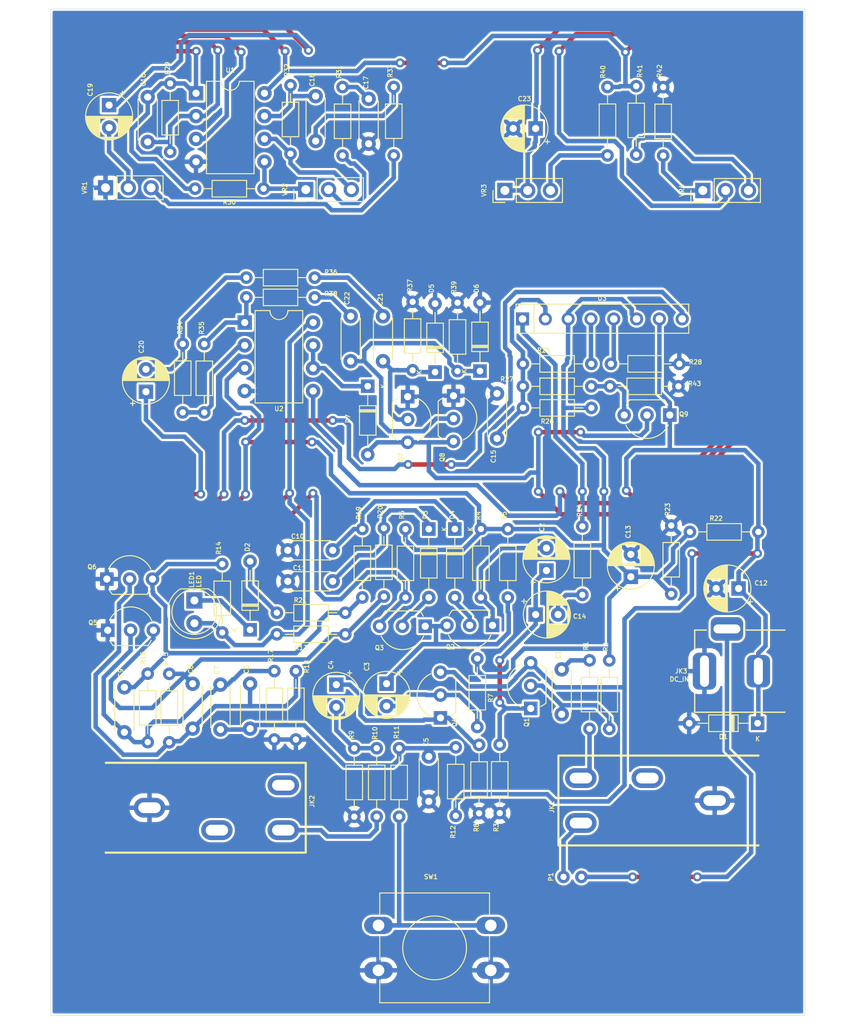
<source format=kicad_pcb>
(kicad_pcb (version 20240108) (generator "pcbnew") (generator_version "8.0")
  (layers (0 "F.Cu" signal) (31 "B.Cu" signal) (34 "B.Paste" user) (35 "F.Paste" user) (36 "B.SilkS" user "B.Silkscreen") (37 "F.SilkS" user "F.Silkscreen") (38 "B.Mask" user) (39 "F.Mask" user) (44 "Edge.Cuts" user))
  (net 0 "")
  (net 2 "VCC")
  (net 3 "GND")
  (net 4 "VB")
  (net 5 "Net-(C1-Pad2)")
  (net 6 "Net-(Q1-G)")
  (net 7 "Net-(JK1-PadT)")
  (net 8 "BYPASS")
  (net 9 "Net-(C14-Pad2)")
  (net 10 "Net-(U3-Pin_1)")
  (net 11 "Net-(Q2-S)")
  (net 12 "Net-(D4-A)")
  (net 13 "Net-(Q2-D)")
  (net 14 "Net-(D3-A)")
  (net 15 "Net-(Q4-B)")
  (net 16 "Net-(Q4-E)")
  (net 17 "Net-(C4-Pad2)")
  (net 18 "Net-(JK2-PadT)")
  (net 19 "Net-(U3-Pin_2)")
  (net 20 "Net-(U3-Pin_4)")
  (net 21 "Net-(Q9-S)")
  (net 22 "Net-(U3-Pin_5)")
  (net 23 "Net-(U1A--)")
  (net 24 "Net-(C20-Pad2)")
  (net 25 "Net-(U2A--)")
  (net 26 "Net-(R35-Pad1)")
  (net 27 "Net-(C16-Pad1)")
  (net 28 "Net-(U1B-+)")
  (net 29 "Net-(C17-Pad2)")
  (net 30 "Net-(R31-Pad2)")
  (net 31 "Net-(U1B--)")
  (net 32 "Net-(C18-Pad1)")
  (net 33 "Net-(C18-Pad2)")
  (net 34 "Net-(R33-Pad1)")
  (net 35 "Net-(C19-Pad2)")
  (net 36 "Net-(Q3-D)")
  (net 37 "Net-(C21-Pad2)")
  (net 38 "Net-(D5-K)")
  (net 39 "Net-(C22-Pad2)")
  (net 40 "Net-(D6-K)")
  (net 41 "Net-(D7-A)")
  (net 42 "Net-(D7-K)")
  (net 43 "Net-(R41-Pad1)")
  (net 44 "Net-(R42-Pad2)")
  (net 45 "Net-(U2B-+)")
  (net 46 "Net-(R40-Pad1)")
  (net 47 "Net-(D2-K)")
  (net 48 "Net-(Q6-C)")
  (net 49 "Net-(Q5-C)")
  (net 50 "Net-(D2-A)")
  (net 51 "OFF")
  (net 52 "ON")
  (net 53 "Net-(Q6-B)")
  (net 54 "Net-(Q5-B)")
  (net 55 "Net-(R11-Pad1)")
  (net 56 "Net-(C5-Pad2)")
  (net 57 "Net-(P1--)")
  (net 58 "Net-(P1-+)")
  (footprint "Resistor_THT:R_Axial_DIN0204_L3.6mm_D1.6mm_P7.62mm_Horizontal" (layer "F.Cu") (at -7.3 1.88 -90)
    (property "Reference" "R19")
    (property "Value" "1M")
  )
  (footprint "Resistor_THT:R_Axial_DIN0204_L3.6mm_D1.6mm_P7.62mm_Horizontal" (layer "F.Cu") (at 10.58 -14)
    (property "Reference" "R27")
    (property "Value" "15k")
  )
  (footprint "Resistor_THT:R_Axial_DIN0204_L3.6mm_D1.6mm_P7.62mm_Horizontal" (layer "F.Cu") (at -22.9 13.4 90)
    (property "Reference" "R14")
    (property "Value" "56k")
  )
  (footprint "Resistor_THT:R_Axial_DIN0204_L3.6mm_D1.6mm_P7.62mm_Horizontal" (layer "F.Cu") (at 17.2 1.59 -90)
    (property "Reference" "R24")
    (property "Value" "33k")
  )
  (footprint "Package_TO_SOT_THT:TO-92L_Inline_Wide" (layer "F.Cu") (at -0.3 12.7 180)
    (property "Reference" "Q3")
    (property "Value" "2SK30ATM-GR")
  )
  (footprint "Resistor_THT:R_Axial_DIN0204_L3.6mm_D1.6mm_P7.62mm_Horizontal" (layer "F.Cu") (at -18.3 -36 180)
    (property "Reference" "R30")
    (property "Value" "10k")
  )
  (footprint "Resistor_THT:R_Axial_DIN0204_L3.6mm_D1.6mm_P7.62mm_Horizontal" (layer "F.Cu") (at -3.2 33.9 90)
    (property "Reference" "R11")
    (property "Value" "100R")
  )
  (footprint "Capacitor_THT:CP_Radial_D5.0mm_P2.50mm" (layer "F.Cu") (at 34.6 8.5 180)
    (property "Reference" "C12")
    (property "Value" "100u")
  )
  (footprint "Package_TO_SOT_THT:TO-92L_Inline_Wide" (layer "F.Cu") (at -35.65 13.15)
    (property "Reference" "Q5")
    (property "Value" "2SC9014")
  )
  (footprint "Package_TO_SOT_THT:TO-92L_Inline_Wide" (layer "F.Cu") (at 1.4 22.9 90)
    (property "Reference" "Q4")
    (property "Value" "2SC9014")
  )
  (footprint "Resistor_THT:R_Axial_DIN0204_L3.6mm_D1.6mm_P7.62mm_Horizontal" (layer "F.Cu") (at -9.5 -47.31 -90)
    (property "Reference" "R31")
    (property "Value" "4.7k")
  )
  (footprint "Capacitor_THT:CP_Radial_D5.0mm_P2.50mm" (layer "F.Cu") (at -31.4 -13.4 90)
    (property "Reference" "C20")
    (property "Value" "1u")
  )
  (footprint "Resistor_THT:R_Axial_DIN0204_L3.6mm_D1.6mm_P7.62mm_Horizontal" (layer "F.Cu") (at 10.59 -11.6)
    (property "Reference" "R26")
    (property "Value" "1k")
  )
  (footprint "Capacitor_THT:CP_Radial_D5.0mm_P2.50mm" (layer "F.Cu") (at -35.5 -45.3 -90)
    (property "Reference" "C19")
    (property "Value" "1u")
  )
  (footprint "Capacitor_THT:C_Disc_D4.3mm_W1.9mm_P5.00mm" (layer "F.Cu") (at 7.7 -8.2 90)
    (property "Reference" "C15")
    (property "Value" "470p")
  )
  (footprint "Capacitor_THT:C_Disc_D4.3mm_W1.9mm_P5.00mm" (layer "F.Cu") (at -5 -16.8 90)
    (property "Reference" "C21")
    (property "Value" "10n")
  )
  (footprint "Capacitor_THT:C_Disc_D4.3mm_W1.9mm_P5.00mm" (layer "F.Cu") (at 0.1 32.2 90)
    (property "Reference" "C5")
    (property "Value" "100n")
  )
  (footprint "Resistor_THT:R_Axial_DIN0204_L3.6mm_D1.6mm_P7.62mm_Horizontal" (layer "F.Cu") (at -28.7 -47.71 -90)
    (property "Reference" "R29")
    (property "Value" "33k")
  )
  (footprint "Capacitor_THT:C_Disc_D4.3mm_W1.9mm_P5.00mm" (layer "F.Cu") (at -31.2 -46.2 -90)
    (property "Reference" "C16")
    (property "Value" "560p")
  )
  (footprint "Capacitor_THT:CP_Radial_D5.0mm_P2.50mm" (layer "F.Cu") (at 13.2 6.505112 90)
    (property "Reference" "C2")
    (property "Value" "10u")
  )
  (footprint "Resistor_THT:R_Axial_DIN0204_L3.6mm_D1.6mm_P7.62mm_Horizontal" (layer "F.Cu") (at -5.7 33.9 90)
    (property "Reference" "R10")
    (property "Value" "1k")
  )
  (footprint "Resistor_THT:R_Axial_DIN0204_L3.6mm_D1.6mm_P7.62mm_Horizontal" (layer "F.Cu") (at -27.3 -11.1 90)
    (property "Reference" "R34")
    (property "Value" "47k")
  )
  (footprint "Connector_PinHeader_2.54mm:PinHeader_1x03_P2.54mm_Vertical" (layer "F.Cu") (at 8.575 -35.8 90)
    (property "Reference" "VR3")
    (property "Value" "C250k")
  )
  (footprint "Resistor_THT:R_Axial_DIN0204_L3.6mm_D1.6mm_P7.62mm_Horizontal" (layer "F.Cu") (at -28.8 18 -90)
    (property "Reference" "R15")
    (property "Value" "100k")
  )
  (footprint "Resistor_THT:R_Axial_DIN0204_L3.6mm_D1.6mm_P7.62mm_Horizontal" (layer "F.Cu") (at 20.2 16.5 -90)
    (property "Reference" "R2")
    (property "Value" "1M")
  )
  (footprint "Resistor_THT:R_Axial_DIN0204_L3.6mm_D1.6mm_P7.62mm_Horizontal" (layer "F.Cu") (at -9.2 11.2 180)
    (property "Reference" "R21")
    (property "Value" "3.3k")
  )
  (footprint "Resistor_THT:R_Axial_DIN0204_L3.6mm_D1.6mm_P7.62mm_Horizontal" (layer "F.Cu") (at 20.38 -16.5)
    (property "Reference" "R28")
    (property "Value" "2.7k")
  )
  (footprint "Package_SIP:SIP-8_19x3mm_P2.54mm" (layer "F.Cu") (at 10.54 -21.5)
    (property "Reference" "U3")
    (property "Value" "uPC1252H2")
  )
  (footprint "myFoot:my_conn" (layer "F.Cu") (at 17.1 40.6 90)
    (property "Reference" "P1")
    (property "Value" "Battery")
  )
  (footprint "Resistor_THT:R_Axial_DIN0204_L3.6mm_D1.6mm_P7.62mm_Horizontal" (layer "F.Cu") (at 23.2 -39.79 90)
    (property "Reference" "R41")
    (property "Value" "4.7k")
  )
  (footprint "Resistor_THT:R_Axial_DIN0204_L3.6mm_D1.6mm_P7.62mm_Horizontal" (layer "F.Cu") (at -15.3 -47.51 -90)
    (property "Reference" "R32")
    (property "Value" "10k")
  )
  (footprint "Diode_THT:D_DO-34_SOD68_P7.62mm_Horizontal" (layer "F.Cu") (at 0.1 1.885 -90)
    (property "Reference" "D3")
    (property "Value" "1N4148")
  )
  (footprint "Capacitor_THT:C_Disc_D4.3mm_W1.9mm_P5.00mm" (layer "F.Cu") (at -19.8 24.1 90)
    (property "Reference" "C6")
    (property "Value" "220p")
  )
  (footprint "Resistor_THT:R_Axial_DIN0204_L3.6mm_D1.6mm_P7.62mm_Horizontal" (layer "F.Cu") (at 18.2 -16.5 180)
    (property "Reference" "R25")
    (property "Value" "47R")
  )
  (footprint "Resistor_THT:R_Axial_DIN0204_L3.6mm_D1.6mm_P7.62mm_Horizontal" (layer "F.Cu") (at 8 33.5 90)
    (property "Reference" "R3")
    (property "Value" "10k")
  )
  (footprint "Resistor_THT:R_Axial_DIN0204_L3.6mm_D1.6mm_P7.62mm_Horizontal" (layer "F.Cu") (at -17.1 17.69 -90)
    (property "Reference" "R17")
    (property "Value" "56k")
  )
  (footprint "Capacitor_THT:C_Disc_D4.3mm_W1.9mm_P5.00mm" (layer "F.Cu") (at -26.2 19.1 -90)
    (property "Reference" "C8")
    (property "Value" "470p")
  )
  (footprint "Connector_PinHeader_2.54mm:PinHeader_1x03_P2.54mm_Vertical" (layer "F.Cu") (at -13.6 -35.9 90)
    (property "Reference" "VR2")
    (property "Value" "B20k")
  )
  (footprint "Package_DIP:DIP-8_W7.62mm" (layer "F.Cu") (at -20.4 -21.1)
    (property "Reference" "U2")
    (property "Value" "NJM4558")
  )
  (footprint "Diode_THT:D_DO-34_SOD68_P7.62mm_Horizontal" (layer "F.Cu") (at -6.7 -14.015 -90)
    (property "Reference" "D7")
    (property "Value" "1N4148")
  )
  (footprint "Resistor_THT:R_Axial_DIN0204_L3.6mm_D1.6mm_P7.62mm_Horizontal" (layer "F.Cu") (at 29.18 2.2)
    (property "Reference" "R22")
    (property "Value" "2.2k")
  )
  (footprint "Resistor_THT:R_Axial_DIN0204_L3.6mm_D1.6mm_P7.62mm_Horizontal" (layer "F.Cu") (at -4.9 9.4 90)
    (property "Reference" "R20")
    (property "Value" "1M")
  )
  (footprint "Resistor_THT:R_Axial_DIN0204_L3.6mm_D1.6mm_P7.62mm_Horizontal" (layer "F.Cu") (at -1.7 -23.41 -90)
    (property "Reference" "R37")
    (property "Value" "1M")
  )
  (footprint "Resistor_THT:R_Axial_DIN0204_L3.6mm_D1.6mm_P7.62mm_Horizontal" (layer "F.Cu") (at 8.9 1.89 -90)
    (property "Reference" "R5")
    (property "Value" "1M")
  )
  (footprint "Diode_THT:D_DO-34_SOD68_P7.62mm_Horizontal" (layer "F.Cu") (at 3 1.885 -90)
    (property "Reference" "D4")
    (property "Value" "1N4148")
  )
  (footprint "Resistor_THT:R_Axial_DIN0204_L3.6mm_D1.6mm_P7.62mm_Horizontal" (layer "F.Cu") (at 3.3 -23.31 -90)
    (property "Reference" "R39")
    (property "Value" "1M")
  )
  (footprint "Connector_PinHeader_2.54mm:PinHeader_1x03_P2.54mm_Vertical" (layer "F.Cu") (at -35.9 -36.1 90)
    (property "Reference" "VR1")
    (property "Value" "A50k")
  )
  (footprint "Resistor_THT:R_Axial_DIN0204_L3.6mm_D1.6mm_P7.62mm_Horizontal" (layer "F.Cu") (at -9.2 13.6 180)
    (property "Reference" "R13")
    (property "Value" "56k")
  )
  (footprint "Diode_THT:D_DO-34_SOD68_P7.62mm_Horizontal" (layer "F.Cu") (at -19.8 13.1 90)
    (property "Reference" "D2")
    (property "Value" "?")
  )
  (footprint "Resistor_THT:R_Axial_DIN0204_L3.6mm_D1.6mm_P7.62mm_Horizontal" (layer "F.Cu") (at -12.6 -23.9 180)
    (property "Reference" "R38")
    (property "Value" "47k")
  )
  (footprint "myFoot:PJ-603A" (layer "F.Cu") (at -38.6 32.9 90)
    (property "Reference" "JK2")
    (property "Value" "OUTPUT" (hide yes))
  )
  (footprint "Resistor_THT:R_Axial_DIN0204_L3.6mm_D1.6mm_P7.62mm_Horizontal" (layer "F.Cu") (at 27.1 1.49 -90)
    (property "Reference" "R23")
    (property "Value" "2.2k")
  )
  (footprint "Capacitor_THT:C_Disc_D4.3mm_W1.9mm_P5.00mm" (layer "F.Cu") (at -12.5 -41.3 90)
    (property "Reference" "C18")
    (property "Value" "47n")
  )
  (footprint "Resistor_THT:R_Axial_DIN0204_L3.6mm_D1.6mm_P7.62mm_Horizontal" (layer "F.Cu") (at 5.7 33.52 90)
    (property "Reference" "R8")
    (property "Value" "10k")
  )
  (footprint "Resistor_THT:R_Axial_DIN0204_L3.6mm_D1.6mm_P7.62mm_Horizontal" (layer "F.Cu") (at -8.2 33.9 90)
    (property "Reference" "R9")
    (property "Value" "100k")
  )
  (footprint "Resistor_THT:R_Axial_DIN0204_L3.6mm_D1.6mm_P7.62mm_Horizontal" (layer "F.Cu") (at 5.5 16.29 -90)
    (property "Reference" "R7")
    (property "Value" "470k")
  )
  (footprint "Resistor_THT:R_Axial_DIN0204_L3.6mm_D1.6mm_P7.62mm_Horizontal" (layer "F.Cu") (at -31.2 17.98 -90)
    (property "Reference" "R16")
    (property "Value" "100k")
  )
  (footprint "Diode_THT:D_DO-34_SOD68_P7.62mm_Horizontal" (layer "F.Cu") (at 0.8 -15.585 90)
    (property "Reference" "D5")
    (property "Value" "1N4148")
  )
  (footprint "Connector_PinHeader_2.54mm:PinHeader_1x03_P2.54mm_Vertical" (layer "F.Cu") (at 30.62 -35.8 90)
    (property "Reference" "VR4")
    (property "Value" "B20k")
  )
  (footprint "Resistor_THT:R_Axial_DIN0204_L3.6mm_D1.6mm_P7.62mm_Horizontal" (layer "F.Cu") (at 27.9 -14 180)
    (property "Reference" "R43")
    (property "Value" "10k")
  )
  (footprint "Package_TO_SOT_THT:TO-92L_Inline_Wide" (layer "F.Cu") (at 11.45 21.85 90)
    (property "Reference" "Q1")
    (property "Value" "2SK184-Y")
  )
  (footprint "Package_TO_SOT_THT:TO-92L_Inline_Wide" (layer "F.Cu") (at -2.25 -12.85 -90)
    (property "Reference" "Q7")
    (property "Value" "2SC9014")
  )
  (footprint "myFoot:my_DC_Jack" (layer "F.Cu") (at 44.3 17.7 180)
    (property "Reference" "JK3")
    (property "Value" "DC_IN")
  )
  (footprint "Resistor_THT:R_Axial_DIN0204_L3.6mm_D1.6mm_P7.62mm_Horizontal" (layer "F.Cu") (at -12.6 -26.1 180)
    (property "Reference" "R36")
    (property "Value" "47k")
  )
  (footprint "Capacitor_THT:C_Disc_D4.3mm_W1.9mm_P5.00mm" (layer "F.Cu") (at -6.6 -41 90)
    (property "Reference" "C17")
    (property "Value" "27n")
  )
  (footprint "Resistor_THT:R_Axial_DIN0204_L3.6mm_D1.6mm_P7.62mm_Horizontal" (layer "F.Cu") (at 5.9 1.88 -90)
    (property "Reference" "R4")
    (property "Value" "47k")
  )
  (footprint "Capacitor_THT:C_Disc_D4.3mm_W1.9mm_P5.00mm" (layer "F.Cu") (at -15.6 7.7)
    (property "Reference" "C11")
    (property "Value" "47n")
  )
  (footprint "Diode_THT:D_DO-34_SOD68_P7.62mm_Horizontal" (layer "F.Cu") (at 5.8 -15.7 90)
    (property "Reference" "D6")
    (property "Value" "1N4148")
  )
  (footprint "Capacitor_THT:CP_Radial_D5.0mm_P2.50mm" (layer "F.Cu") (at -4.6 19.094888 -90)
    (property "Reference" "C3")
    (property "Value" "1u")
  )
  (footprint "Capacitor_THT:CP_Radial_D5.0mm_P2.50mm" (layer "F.Cu") (at 22.6 7.2 90)
    (property "Reference" "C13")
    (property "Value" "100u")
  )
  (footprint "Capacitor_THT:CP_Radial_D5.0mm_P2.50mm" (layer "F.Cu") (at 12 11.4)
    (property "Reference" "C14")
    (property "Value" "1u")
  )
  (footprint "Capacitor_THT:C_Disc_D4.3mm_W1.9mm_P5.00mm" (layer "F.Cu") (at 14.9 22.5 90)
    (property "Reference" "C1")
    (property "Value" "47n")
  )
  (footprint "Resistor_THT:R_Axial_DIN0204_L3.6mm_D1.6mm_P7.62mm_Horizontal" (layer "F.Cu") (at 18 16.5 -90)
    (property "Reference" "R1")
    (property "Value" "10k")
  )
  (footprint "Capacitor_THT:C_Disc_D4.3mm_W1.9mm_P5.00mm" (layer "F.Cu") (at -15.6 4.25)
    (property "Reference" "C10")
    (property "Value" "47n")
  )
  (footprint "Capacitor_THT:CP_Radial_D5.0mm_P2.50mm" (layer "F.Cu") (at 12 -42.7 180)
    (property "Reference" "C23")
    (property "Value" "4.7u")
  )
  (footprint "Package_TO_SOT_THT:TO-92L_Inline_Wide" (layer "F.Cu") (at -35.75 7.45)
    (property "Reference" "Q6")
    (property "Value" "2SC9014")
  )
  (footprint "Resistor_THT:R_Axial_DIN0204_L3.6mm_D1.6mm_P7.62mm_Horizontal" (layer "F.Cu") (at -2.5 1.89 -90)
    (property "Reference" "R6")
    (property "Value" "1M")
  )
  (footprint "Package_TO_SOT_THT:TO-92L_Inline_Wide" (layer "F.Cu") (at 7.2 12.6 180)
    (property "Reference" "Q2")
    (property "Value" "2SK30ATM-GR")
  )
  (footprint "Package_DIP:DIP-8_W7.62mm" (layer "F.Cu") (at -25.82 -46.62)
    (property "Reference" "U1")
    (property "Value" "NJM4560")
  )
  (footprint "Package_TO_SOT_THT:TO-92L_Inline_Wide" (layer "F.Cu") (at 26.94 -10.8 180)
    (property "Reference" "Q9")
    (property "Value" "2SK184-Y")
  )
  (footprint "Diode_THT:D_DO-34_SOD68_P7.62mm_Horizontal" (layer "F.Cu") (at 36.72 23.5 180)
    (property "Reference" "D1")
    (property "Value" "?")
  )
  (footprint "Resistor_THT:R_Axial_DIN0204_L3.6mm_D1.6mm_P7.62mm_Horizontal" (layer "F.Cu") (at -3.8 -39.7 90)
    (property "Reference" "R33")
    (property "Value" "10k")
  )
  (footprint "Resistor_THT:R_Axial_DIN0204_L3.6mm_D1.6mm_P7.62mm_Horizontal" (layer "F.Cu") (at 20 -39.7 90)
    (property "Reference" "R40")
    (property "Value" "22k")
  )
  (footprint "Resistor_THT:R_Axial_DIN0204_L3.6mm_D1.6mm_P7.62mm_Horizontal" (layer "F.Cu") (at 26.2 -47.3 -90)
    (property "Reference" "R42")
    (property "Value" "22k")
  )
  (footprint "Resistor_THT:R_Axial_DIN0204_L3.6mm_D1.6mm_P7.62mm_Horizontal" (layer "F.Cu") (at 3.1 33.8 90)
    (property "Reference" "R12")
    (property "Value" "1M")
  )
  (footprint "Package_TO_SOT_THT:TO-92L_Inline_Wide" (layer "F.Cu") (at 2.85 -12.95 -90)
    (property "Reference" "Q8")
    (property "Value" "2SC9014")
  )
  (footprint "Capacitor_THT:C_Disc_D4.3mm_W1.9mm_P5.00mm" (layer "F.Cu") (at -8.6 -16.8 90)
    (property "Reference" "C22")
    (property "Value" "10n")
  )
  (footprint "Resistor_THT:R_Axial_DIN0204_L3.6mm_D1.6mm_P7.62mm_Horizontal" (layer "F.Cu") (at -14.7 17.69 -90)
    (property "Reference" "R18")
    (property "Value" "56k")
  )
  (footprint "myFoot:PJ-603A" (layer "F.Cu") (at 39.535 32.1 -90)
    (property "Reference" "JK1")
    (property "Value" "INPUT" (hide yes))
  )
  (footprint "Capacitor_THT:CP_Radial_D5.0mm_P2.50mm" (layer "F.Cu") (at -10.2 19.2 -90)
    (property "Reference" "C4")
    (property "Value" "10u")
  )
  (footprint "Capacitor_THT:C_Disc_D4.3mm_W1.9mm_P5.00mm" (layer "F.Cu") (at -33.8 19.5 -90)
    (property "Reference" "C9")
    (property "Value" "470p")
  )
  (footprint "Resistor_THT:R_Axial_DIN0204_L3.6mm_D1.6mm_P7.62mm_Horizontal" (layer "F.Cu") (at -24.9 -18.71 -90)
    (property "Reference" "R35")
    (property "Value" "47k")
  )
  (footprint "Capacitor_THT:C_Disc_D4.3mm_W1.9mm_P5.00mm" (layer "F.Cu") (at -23.1 24.2 90)
    (property "Reference" "C7")
    (property "Value" "220p")
  )
  (footprint "Button_Switch_THT:SW_PUSH-12mm" (layer "F.Cu") (at -5.5 46)
    (property "Reference" "SW1")
    (property "Value" "SW")
  )
  (footprint "myFoot:my_LED_5mm" (layer "F.Cu") (at -26 11.1 -90)
    (property "Reference" "LED1")
    (property "Value" "LED")
  )
  (gr_rect (start -42 -56) (end 42 56) (stroke (width 0.05)) (fill none) (layer "Edge.Cuts"))
  (segment (start -15.9 -51.3) (end -18.3 -53.7) (width 0.5) (layer "F.Cu") (net 2))
  (segment (start 22.1 -2.4) (end 23.6 -0.9) (width 0.5) (layer "F.Cu") (net 2))
  (segment (start -29.2 1.7) (end -19.2 1.7) (width 0.5) (layer "F.Cu") (net 2))
  (segment (start 25.1 -0.9) (end 37.4 -13.2) (width 0.5) (layer "F.Cu") (net 2))
  (segment (start 36.7 4.6) (end 29.4 4.6) (width 0.5) (layer "F.Cu") (net 2))
  (segment (start 23.3 -52.5) (end 22 -51.2) (width 0.5) (layer "F.Cu") (net 2))
  (segment (start 37.4 -44.3) (end 29.2 -52.5) (width 0.5) (layer "F.Cu") (net 2))
  (segment (start -33.9 -53.7) (end -39.8 -47.8) (width 0.5) (layer "F.Cu") (net 2))
  (segment (start 1.8 -50) (end -3.1 -50) (width 0.5) (layer "F.Cu") (net 2))
  (segment (start -39.8 -8.9) (end -29.2 1.7) (width 0.5) (layer "F.Cu") (net 2))
  (segment (start 37.4 -13.2) (end 37.4 -44.3) (width 0.5) (layer "F.Cu") (net 2))
  (segment (start 29.2 -52.5) (end 23.3 -52.5) (width 0.5) (layer "F.Cu") (net 2))
  (segment (start -18.3 -53.7) (end -33.9 -53.7) (width 0.5) (layer "F.Cu") (net 2))
  (segment (start -19.2 1.7) (end -15.4 -2.1) (width 0.5) (layer "F.Cu") (net 2))
  (segment (start -39.8 -47.8) (end -39.8 -8.9) (width 0.5) (layer "F.Cu") (net 2))
  (segment (start 23.6 -0.9) (end 25.1 -0.9) (width 0.5) (layer "F.Cu") (net 2))
  (via (at 29.4 4.6) (size 1) (drill 0.5) (layers "F.Cu" "B.Cu") (net 2))
  (via (at 36.7 4.6) (size 1) (drill 0.5) (layers "F.Cu" "B.Cu") (net 2))
  (via (at -3.1 -50) (size 1) (drill 0.5) (layers "F.Cu" "B.Cu") (net 2))
  (via (at -15.9 -51.3) (size 1) (drill 0.5) (layers "F.Cu" "B.Cu") (net 2))
  (via (at 22 -51.2) (size 1) (drill 0.5) (layers "F.Cu" "B.Cu") (net 2))
  (via (at 1.8 -50) (size 1) (drill 0.5) (layers "F.Cu" "B.Cu") (net 2))
  (via (at -15.4 -2.1) (size 1) (drill 0.5) (layers "F.Cu" "B.Cu") (net 2))
  (via (at 22.1 -2.4) (size 1) (drill 0.5) (layers "F.Cu" "B.Cu") (net 2))
  (segment (start 23.1 10.7) (end 27.9 10.7) (width 0.5) (layer "B.Cu") (net 2))
  (segment (start 29.4 4.6) (end 29.4 9.2) (width 0.5) (layer "B.Cu") (net 2))
  (segment (start 22.1 -6) (end 22.1 -2.4) (width 0.5) (layer "B.Cu") (net 2))
  (segment (start -17.2 13.6) (end -18.4 14.8) (width 0.5) (layer "B.Cu") (net 2))
  (segment (start 34.6 6.7) (end 36.7 4.6) (width 0.5) (layer "B.Cu") (net 2))
  (segment (start -15.9 -49.2) (end -15.9 -51.3) (width 0.5) (layer "B.Cu") (net 2))
  (segment (start 13.3 31.4) (end 14.1 32.2) (width 0.5) (layer "B.Cu") (net 2))
  (segment (start -15.8 -49.1) (end -15.9 -49.2) (width 0.5) (layer "B.Cu") (net 2))
  (segment (start 8.9 19.4) (end 9.8 18.5) (width 0.5) (layer "B.Cu") (net 2))
  (segment (start -7.9 -49.1) (end -15.8 -49.1) (width 0.5) (layer "B.Cu") (net 2))
  (segment (start 34.6 8.5) (end 37.6 11.5) (width 0.5) (layer "B.Cu") (net 2))
  (segment (start -3.1 -50) (end -7 -50) (width 0.5) (layer "B.Cu") (net 2))
  (segment (start 36.7 4.6) (end 36.7 2.3) (width 0.5) (layer "B.Cu") (net 2))
  (segment (start 20.2 -53) (end 7.2 -53) (width 0.5) (layer "B.Cu") (net 2))
  (segment (start 36.8 17.7) (end 36.8 23.42) (width 0.5) (layer "B.Cu") (net 2))
  (segment (start 22.1 -6) (end 23 -6.9) (width 0.5) (layer "B.Cu") (net 2))
  (segment (start 35.3 -6.9) (end 36.8 -5.4) (width 0.5) (layer "B.Cu") (net 2))
  (segment (start 7.2 -53) (end 4.2 -50) (width 0.5) (layer "B.Cu") (net 2))
  (segment (start 11.45 16.77) (end 14.18 19.5) (width 0.5) (layer "B.Cu") (net 2))
  (segment (start -15.4 -2.1) (end -15.4 -18.9) (width 0.5) (layer "B.Cu") (net 2))
  (segment (start 21.9 30.4) (end 21.9 19.6) (width 0.5) (layer "B.Cu") (net 2))
  (segment (start -14.4 13.6) (end -16.82 13.6) (width 0.5) (layer "B.Cu") (net 2))
  (segment (start -15.9 -48.92) (end -15.9 -49.2) (width 0.5) (layer "B.Cu") (net 2))
  (segment (start -13.4 1) (end -13.4 12.6) (width 0.5) (layer "B.Cu") (net 2))
  (segment (start -15.4 -2.1) (end -15.4 -1) (width 0.5) (layer "B.Cu") (net 2))
  (segment (start 14.18 19.5) (end 21.8 19.5) (width 0.5) (layer "B.Cu") (net 2))
  (segment (start 4.5 19.4) (end 8.9 19.4) (width 0.5) (layer "B.Cu") (net 2))
  (segment (start 21.9 11.9) (end 21.9 19.6) (width 0.5) (layer "B.Cu") (net 2))
  (segment (start 36.8 15.7) (end 36.8 17.7) (width 0.5) (layer "B.Cu") (net 2))
  (segment (start 37.6 14.9) (end 36.8 15.7) (width 0.5) (layer "B.Cu") (net 2))
  (segment (start 21.41 -47.41) (end 21.32 -47.32) (width 0.5) (layer "B.Cu") (net 2))
  (segment (start 27 -6.9) (end 23 -6.9) (width 0.5) (layer "B.Cu") (net 2))
  (segment (start 36.7 2.3) (end 36.8 2.2) (width 0.5) (layer "B.Cu") (net 2))
  (segment (start -26 12.37) (end -23.93 12.37) (width 0.5) (layer "B.Cu") (net 2))
  (segment (start 25.78 -21.5) (end 25.78 -13.32) (width 0.5) (layer "B.Cu") (net 2))
  (segment (start -23.93 12.37) (end -22.9 13.4) (width 0.5) (layer "B.Cu") (net 2))
  (segment (start 21.8 19.5) (end 21.9 19.6) (width 0.5) (layer "B.Cu") (net 2))
  (segment (start -21.5 14.8) (end -22.9 13.4) (width 0.5) (layer "B.Cu") (net 2))
  (segment (start -15.4 -18.9) (end -13.2 -21.1) (width 0.5) (layer "B.Cu") (net 2))
  (segment (start 26.94 -10.8) (end 26.94 -6.96) (width 0.5) (layer "B.Cu") (net 2))
  (segment (start 36.8 23.42) (end 36.72 23.5) (width 0.5) (layer "B.Cu") (net 2))
  (segment (start 34.6 8.5) (end 34.6 6.7) (width 0.5) (layer "B.Cu") (net 2))
  (segment (start 9.8 18.5) (end 9.8 18.42) (width 0.5) (layer "B.Cu") (net 2))
  (segment (start 27 -6.9) (end 35.3 -6.9) (width 0.5) (layer "B.Cu") (net 2))
  (segment (start 2.92 17.82) (end 4.5 19.4) (width 0.5) (layer "B.Cu") (net 2))
  (segment (start 21.32 -47.32) (end 20 -47.32) (width 0.5) (layer "B.Cu") (net 2))
  (segment (start 3.1 33.8) (end 3.1 32.3) (width 0.5) (layer "B.Cu") (net 2))
  (segment (start 23.2 -47.41) (end 22 -47.41) (width 0.5) (layer "B.Cu") (net 2))
  (segment (start 27.9 10.7) (end 29.4 9.2) (width 0.5) (layer "B.Cu") (net 2))
  (segment (start 25.78 -13.32) (end 26.94 -12.16) (width 0.5) (layer "B.Cu") (net 2))
  (segment (start 22 -51.2) (end 22 -47.41) (width 0.5) (layer "B.Cu") (net 2))
  (segment (start -18.2 -46.62) (end -15.9 -48.92) (width 0.5) (layer "B.Cu") (net 2))
  (segment (start -13.4 12.6) (end -14.4 13.6) (width 0.5) (layer "B.Cu") (net 2))
  (segment (start -15.4 -1) (end -13.4 1) (width 0.5) (layer "B.Cu") (net 2))
  (segment (start -7 -50) (end -7.9 -49.1) (width 0.5) (layer "B.Cu") (net 2))
  (segment (start -13.2 -21.1) (end -12.78 -21.1) (width 0.5) (layer "B.Cu") (net 2))
  (segment (start -16.82 13.6) (end -17.2 13.6) (width 0.5) (layer "B.Cu") (net 2))
  (segment (start 22 -51.2) (end 20.2 -53) (width 0.5) (layer "B.Cu") (net 2))
  (segment (start -18.4 14.8) (end -21.5 14.8) (width 0.5) (layer "B.Cu") (net 2))
  (segment (start 22 -47.41) (end 21.41 -47.41) (width 0.5) (layer "B.Cu") (net 2))
  (segment (start 4 31.4) (end 13.3 31.4) (width 0.5) (layer "B.Cu") (net 2))
  (segment (start 1.4 17.82) (end 2.92 17.82) (width 0.5) (layer "B.Cu") (net 2))
  (segment (start 26.94 -12.16) (end 26.94 -10.8) (width 0.5) (layer "B.Cu") (net 2))
  (segment (start 20.1 32.2) (end 21.9 30.4) (width 0.5) (layer "B.Cu") (net 2))
  (segment (start 26.94 -6.96) (end 27 -6.9) (width 0.5) (layer "B.Cu") (net 2))
  (segment (start 21.9 11.9) (end 23.1 10.7) (width 0.5) (layer "B.Cu") (net 2))
  (segment (start 4.2 -50) (end 1.8 -50) (width 0.5) (layer "B.Cu") (net 2))
  (segment (start 9.8 18.42) (end 11.45 16.77) (width 0.5) (layer "B.Cu") (net 2))
  (segment (start 3.1 32.3) (end 4 31.4) (width 0.5) (layer "B.Cu") (net 2))
  (segment (start 37.6 11.5) (end 37.6 14.9) (width 0.5) (layer "B.Cu") (net 2))
  (segment (start 14.1 32.2) (end 20.1 32.2) (width 0.5) (layer "B.Cu") (net 2))
  (segment (start 36.8 2.2) (end 36.8 -5.4) (width 0.5) (layer "B.Cu") (net 2))
  (segment (start -39.1 -47.1) (end -39.1 -10) (width 0.5) (layer "F.Cu") (net 4))
  (segment (start -20.3 -7.8) (end -12.9 -7.8) (width 0.5) (layer "F.Cu") (net 4))
  (segment (start -28.5 0.6) (end -22.9 0.6) (width 0.5) (layer "F.Cu") (net 4))
  (segment (start -20.8 -51.2) (end -22.6 -53) (width 0.5) (layer "F.Cu") (net 4))
  (segment (start -39.1 -10) (end -28.5 0.6) (width 0.5) (layer "F.Cu") (net 4))
  (segment (start -22.9 0.6) (end -20.3 -2) (width 0.5) (layer "F.Cu") (net 4))
  (segment (start -22.6 -53) (end -33.2 -53) (width 0.5) (layer "F.Cu") (net 4))
  (segment (start -33.2 -53) (end -39.1 -47.1) (width 0.5) (layer "F.Cu") (net 4))
  (via (at -20.3 -7.8) (size 1) (drill 0.5) (layers "F.Cu" "B.Cu") (net 4))
  (via (at -20.3 -2) (size 1) (drill 0.5) (layers "F.Cu" "B.Cu") (net 4))
  (via (at 19.6 -2.3) (size 1) (drill 0.5) (layers "F.Cu" "B.Cu") (net 4))
  (via (at -20.8 -51.2) (size 1) (drill 0.5) (layers "F.Cu" "B.Cu") (net 4))
  (via (at -12.9 -7.8) (size 1) (drill 0.5) (layers "F.Cu" "B.Cu") (net 4))
  (segment (start -2.5 1.89) (end -2.5 3.1) (width 0.5) (layer "B.Cu") (net 4))
  (segment (start 18.21 -11.6) (end 15.2 -11.6) (width 0.5) (layer "B.Cu") (net 4))
  (segment (start -1.4 4.2) (end 3.7 4.2) (width 0.5) (layer "B.Cu") (net 4))
  (segment (start -24.96 -41.54) (end -22.4 -44.1) (width 0.5) (layer "B.Cu") (net 4))
  (segment (start 15.5 -17) (end 15.6 -17.1) (width 0.5) (layer "B.Cu") (net 4))
  (segment (start -18.8 -10.7) (end -18.8 -9.3) (width 0.5) (layer "B.Cu") (net 4))
  (segment (start -10.8 -6.3) (end -10.8 -4.2) (width 0.5) (layer "B.Cu") (net 4))
  (segment (start 15.1 -11.7) (end 15.1 -16.2) (width 0.5) (layer "B.Cu") (net 4))
  (segment (start 9.5 17.6) (end 9.5 16.4) (width 0.5) (layer "B.Cu") (net 4))
  (segment (start 9.5 16.4) (end 10.7 15.2) (width 0.5) (layer "B.Cu") (net 4))
  (segment (start -18.8 -9.3) (end -20.3 -7.8) (width 0.5) (layer "B.Cu") (net 4))
  (segment (start 8.89 1.88) (end 8.9 1.89) (width 0.5) (layer "B.Cu") (net 4))
  (segment (start 15.62 -22.22) (end 17.1 -23.7) (width 0.5) (layer "B.Cu") (net 4))
  (segment (start 5.7 1.68) (end 5.9 1.88) (width 0.5) (layer "B.Cu") (net 4))
  (segment (start 16.6 -7.1) (end 15.1 -8.6) (width 0.5) (layer "B.Cu") (net 4))
  (segment (start -21.1 -11.6) (end -19.7 -11.6) (width 0.5) (layer "B.Cu") (net 4))
  (segment (start -10.8 -4.2) (end -8.7 -2.1) (width 0.5) (layer "B.Cu") (net 4))
  (segment (start -19.7 -11.6) (end -18.8 -10.7) (width 0.5) (layer "B.Cu") (net 4))
  (segment (start 5.5 17.6) (end 6.2 18.3) (width 0.5) (layer "B.Cu") (net 4))
  (segment (start 15.62 -19.82) (end 15.62 -21.5) (width 0.5) (layer "B.Cu") (net 4))
  (segment (start -22.4 -44.1) (end -22.4 -47.9) (width 0.5) (layer "B.Cu") (net 4))
  (segment (start 25.7 7.2) (end 25.19 7.2) (width 0.5) (layer "B.Cu") (net 4))
  (segment (start 5.9 1.88) (end 8.89 1.88) (width 0.5) (layer "B.Cu") (net 4))
  (segment (start 10.7 15.2) (end 20.1 15.2) (width 0.5) (layer "B.Cu") (net 4))
  (segment (start 15.1 -8.6) (end 15.1 -11.7) (width 0.5) (layer "B.Cu") (net 4))
  (segment (start -22.4 -12.9) (end -21.1 -11.6) (width 0.5) (layer "B.Cu") (net 4))
  (segment (start 19.6 -6.1) (end 18.6 -7.1) (width 0.5) (layer "B.Cu") (net 4))
  (segment (start 15.62 -21.5) (end 15.62 -22.22) (width 0.5) (layer "B.Cu") (net 4))
  (segment (start 6.2 18.3) (end 8.8 18.3) (width 0.5) (layer "B.Cu") (net 4))
  (segment (start -22.4 -47.9) (end -20.8 -49.5) (width 0.5) (layer "B.Cu") (net 4))
  (segment (start 3.7 4.2) (end 3.8 4.3) (width 0.5) (layer "B.Cu") (net 4))
  (segment (start 27.3 4.08) (end 27.3 5.6) (width 0.5) (layer "B.Cu") (net 4))
  (segment (start 8.8 18.3) (end 9.5 17.6) (width 0.5) (layer "B.Cu") (net 4))
  (segment (start 15.6 -19.8) (end 15.62 -19.82) (width 0.5) (layer "B.Cu") (net 4))
  (segment (start -20.8 -49.5) (end -20.8 -51.2) (width 0.5) (layer "B.Cu") (net 4))
  (segment (start -20.3 -2) (end -20.3 -7.8) (width 0.5) (layer "B.Cu") (net 4))
  (segment (start 19.6 4.2) (end 19.6 3.7) (width 0.5) (layer "B.Cu") (net 4))
  (segment (start 15.2 -11.6) (end 15.1 -11.7) (width 0.5) (layer "B.Cu") (net 4))
  (segment (start 22.6 7.2) (end 25.19 7.2) (width 0.5) (layer "B.Cu") (net 4))
  (segment (start 15.5 -16.6) (end 15.5 -17) (width 0.5) (layer "B.Cu") (net 4))
  (segment (start 20.1 15.2) (end 20.2 15.1) (width 0.5) (layer "B.Cu") (net 4))
  (segment (start -12.9 -7.8) (end -12.3 -7.8) (width 0.5) (layer "B.Cu") (net 4))
  (segment (start -8.7 -2.1) (end 4.3 -2.1) (width 0.5) (layer "B.Cu") (net 4))
  (segment (start 22.6 7.2) (end 19.6 4.2) (width 0.5) (layer "B.Cu") (net 4))
  (segment (start 5.7 -0.7) (end 5.7 1.68) (width 0.5) (layer "B.Cu") (net 4))
  (segment (start -20.4 -16.02) (end -21.08 -16.02) (width 0.5) (layer "B.Cu") (net 4))
  (segment (start 15.6 -17.1) (end 15.6 -19.8) (width 0.5) (layer "B.Cu") (net 4))
  (segment (start 4.3 -2.1) (end 5.7 -0.7) (width 0.5) (layer "B.Cu") (net 4))
  (segment (start 20.2 9.6) (end 22.6 7.2) (width 0.5) (layer "B.Cu") (net 4))
  (segment (start 3.8 4.3) (end 5.9 2.2) (width 0.5) (layer "B.Cu") (net 4))
  (segment (start 19.6 3.7) (end 19.6 -2.3) (width 0.5) (layer "B.Cu") (net 4))
  (segment (start 20.2 16.5) (end 20.2 15.1) (width 0.5) (layer "B.Cu") (net 4))
  (segment (start 15.9 3.7) (end 19.6 3.7) (width 0.5) (layer "B.Cu") (net 4))
  (segment (start 5.9 2.2) (end 5.9 1.88) (width 0.5) (layer "B.Cu") (net 4))
  (segment (start 17.1 -23.7) (end 21.6 -23.7) (width 0.5) (layer "B.Cu") (net 4))
  (segment (start 5.5 16.29) (end 5.5 17.6) (width 0.5) (layer "B.Cu") (net 4))
  (segment (start -21.08 -16.02) (end -22.4 -14.7) (width 0.5) (layer "B.Cu") (net 4))
  (segment (start 22.7 -22.04) (end 23.24 -21.5) (width 0.5) (layer "B.Cu") (net 4))
  (segment (start 29.18 2.2) (end 27.3 4.08) (width 0.5) (layer "B.Cu") (net 4))
  (segment (start 27.3 5.6) (end 25.7 7.2) (width 0.5) (layer "B.Cu") (net 4))
  (segment (start 21.6 -23.7) (end 22.7 -22.6) (width 0.5) (layer "B.Cu") (net 4))
  (segment (start 20.2 15.1) (end 20.2 9.6) (width 0.5) (layer "B.Cu") (net 4))
  (segment (start 15.1 -16.2) (end 15.5 -16.6) (width 0.5) (layer "B.Cu") (net 4))
  (segment (start -22.4 -14.7) (end -22.4 -12.9) (width 0.5) (layer "B.Cu") (net 4))
  (segment (start 25.19 7.2) (end 27.1 9.11) (width 0.5) (layer "B.Cu") (net 4))
  (segment (start 18.6 -7.1) (end 16.6 -7.1) (width 0.5) (layer "B.Cu") (net 4))
  (segment (start -12.3 -7.8) (end -10.8 -6.3) (width 0.5) (layer "B.Cu") (net 4))
  (segment (start 14.09 1.89) (end 15.9 3.7) (width 0.5) (layer "B.Cu") (net 4))
  (segment (start 8.9 1.89) (end 14.09 1.89) (width 0.5) (layer "B.Cu") (net 4))
  (segment (start 19.6 -2.3) (end 19.6 -6.1) (width 0.5) (layer "B.Cu") (net 4))
  (segment (start -25.82 -41.54) (end -24.96 -41.54) (width 0.5) (layer "B.Cu") (net 4))
  (segment (start -2.5 3.1) (end -1.4 4.2) (width 0.5) (layer "B.Cu") (net 4))
  (segment (start 22.7 -22.6) (end 22.7 -22.04) (width 0.5) (layer "B.Cu") (net 4))
  (segment (start 15.9 16.5) (end 14.9 17.5) (width 0.5) (layer "B.Cu") (net 5))
  (segment (start 18 16.5) (end 15.9 16.5) (width 0.5) (layer "B.Cu") (net 5))
  (segment (start 12.71 19.31) (end 14.9 21.5) (width 0.5) (layer "B.Cu") (net 6))
  (segment (start 14.9 21.5) (end 14.9 22.5) (width 0.5) (layer "B.Cu") (net 6))
  (segment (start 18.8 21.5) (end 14.9 21.5) (width 0.5) (layer "B.Cu") (net 6))
  (segment (start 20.2 24.12) (end 20.2 22.9) (width 0.5) (layer "B.Cu") (net 6))
  (segment (start 11.45 19.31) (end 12.71 19.31) (width 0.5) (layer "B.Cu") (net 6))
  (segment (start 20.2 22.9) (end 18.8 21.5) (width 0.5) (layer "B.Cu") (net 6))
  (segment (start 18 28.635) (end 17.035 29.6) (width 0.5) (layer "B.Cu") (net 7))
  (segment (start 18 24.12) (end 18 28.635) (width 0.5) (layer "B.Cu") (net 7))
  (segment (start 8 21.2) (end 8 16.5) (width 0.5) (layer "F.Cu") (net 8))
  (via (at 8 21.2) (size 1) (drill 0.5) (layers "F.Cu" "B.Cu") (net 8))
  (via (at 8 16.5) (size 1) (drill 0.5) (layers "F.Cu" "B.Cu") (net 8))
  (segment (start 12 11.4) (end 12 12.5) (width 0.5) (layer "B.Cu") (net 8))
  (segment (start 8.65 21.85) (end 8 21.2) (width 0.5) (layer "B.Cu") (net 8))
  (segment (start 12 12.5) (end 8 16.5) (width 0.5) (layer "B.Cu") (net 8))
  (segment (start 8 22.5) (end 8.65 21.85) (width 0.5) (layer "B.Cu") (net 8))
  (segment (start 11.45 21.85) (end 8.65 21.85) (width 0.5) (layer "B.Cu") (net 8))
  (segment (start 12 11.4) (end 12 7.705112) (width 0.5) (layer "B.Cu") (net 8))
  (segment (start 12 7.705112) (end 13.2 6.505112) (width 0.5) (layer "B.Cu") (net 8))
  (segment (start 8 25.88) (end 8 22.5) (width 0.5) (layer "B.Cu") (net 8))
  (segment (start 15.39 9.21) (end 17.2 9.21) (width 0.5) (layer "B.Cu") (net 9))
  (segment (start 14.5 10.1) (end 15.39 9.21) (width 0.5) (layer "B.Cu") (net 9))
  (segment (start 14.5 11.4) (end 14.5 10.1) (width 0.5) (layer "B.Cu") (net 9))
  (via (at 17.2 -2.3) (size 1) (drill 0.5) (layers "F.Cu" "B.Cu") (net 10))
  (segment (start 10.54 -20.06) (end 10.54 -21.5) (width 0.5) (layer "B.Cu") (net 10))
  (segment (start 17.2 -5.4) (end 14.2 -8.4) (width 0.5) (layer "B.Cu") (net 10))
  (segment (start 14.2 -16.4) (end 10.54 -20.06) (width 0.5) (layer "B.Cu") (net 10))
  (segment (start 17.2 -2.3) (end 17.2 -5.4) (width 0.5) (layer "B.Cu") (net 10))
  (segment (start 14.2 -8.4) (end 14.2 -16.4) (width 0.5) (layer "B.Cu") (net 10))
  (segment (start 17.2 1.59) (end 17.2 -2.3) (width 0.5) (layer "B.Cu") (net 10))
  (segment (start 5.9 6.3) (end 5.9 9.5) (width 0.5) (layer "B.Cu") (net 11))
  (segment (start 7.2 12.6) (end 7.2 10.8) (width 0.5) (layer "B.Cu") (net 11))
  (segment (start 13.2 4.005112) (end 8.194888 4.005112) (width 0.5) (layer "B.Cu") (net 11))
  (segment (start 8.194888 4.005112) (end 5.9 6.3) (width 0.5) (layer "B.Cu") (net 11))
  (segment (start 7.2 10.8) (end 5.9 9.5) (width 0.5) (layer "B.Cu") (net 11))
  (segment (start 4.66 11.66) (end 3 10) (width 0.5) (layer "B.Cu") (net 12))
  (segment (start 3 10) (end 3 9.505) (width 0.5) (layer "B.Cu") (net 12))
  (segment (start 4.66 12.6) (end 4.66 11.66) (width 0.5) (layer "B.Cu") (net 12))
  (segment (start -4.6 19.094888) (end -4.6 18.7) (width 0.5) (layer "B.Cu") (net 13))
  (segment (start 0.9 12.7) (end 2.02 12.7) (width 0.5) (layer "B.Cu") (net 13))
  (segment (start -4.6 18.7) (end -0.6 14.7) (width 0.5) (layer "B.Cu") (net 13))
  (segment (start 9 13.4) (end 7.7 14.7) (width 0.5) (layer "B.Cu") (net 13))
  (segment (start 8.9 9.51) (end 8.9 11.1) (width 0.5) (layer "B.Cu") (net 13))
  (segment (start 9 11.2) (end 9 13.4) (width 0.5) (layer "B.Cu") (net 13))
  (segment (start 0.9 12.7) (end 0.9 14.7) (width 0.5) (layer "B.Cu") (net 13))
  (segment (start 7.7 14.7) (end 0.9 14.7) (width 0.5) (layer "B.Cu") (net 13))
  (segment (start 8.9 11.1) (end 9 11.2) (width 0.5) (layer "B.Cu") (net 13))
  (segment (start -0.3 12.7) (end 0.9 12.7) (width 0.5) (layer "B.Cu") (net 13))
  (segment (start -0.6 14.7) (end 0.9 14.7) (width 0.5) (layer "B.Cu") (net 13))
  (segment (start 2.02 12.7) (end 2.12 12.6) (width 0.5) (layer "B.Cu") (net 13))
  (segment (start -1.9 11.3) (end -1.695 11.3) (width 0.5) (layer "B.Cu") (net 14))
  (segment (start -1.695 11.3) (end 0.1 9.505) (width 0.5) (layer "B.Cu") (net 14))
  (segment (start -2.84 12.24) (end -1.9 11.3) (width 0.5) (layer "B.Cu") (net 14))
  (segment (start -2.84 12.7) (end -2.84 12.24) (width 0.5) (layer "B.Cu") (net 14))
  (segment (start -0.14 20.36) (end 1.4 20.36) (width 0.5) (layer "B.Cu") (net 15))
  (segment (start -4.6 21.594888) (end -3.394888 21.594888) (width 0.5) (layer "B.Cu") (net 15))
  (segment (start -0.2 20.3) (end -0.14 20.36) (width 0.5) (layer "B.Cu") (net 15))
  (segment (start -3.394888 21.594888) (end -2.1 20.3) (width 0.5) (layer "B.Cu") (net 15))
  (segment (start 5.5 22.4) (end 5.5 23.91) (width 0.5) (layer "B.Cu") (net 15))
  (segment (start -2.1 20.3) (end -0.2 20.3) (width 0.5) (layer "B.Cu") (net 15))
  (segment (start 1.4 20.36) (end 3.46 20.36) (width 0.5) (layer "B.Cu") (net 15))
  (segment (start 3.46 20.36) (end 5.5 22.4) (width 0.5) (layer "B.Cu") (net 15))
  (segment (start -0.4 23.1) (end 1.2 23.1) (width 0.5) (layer "B.Cu") (net 16))
  (segment (start -10.2 19.2) (end -8.7 19.2) (width 0.5) (layer "B.Cu") (net 16))
  (segment (start -8.7 19.2) (end -7.5 20.4) (width 0.5) (layer "B.Cu") (net 16))
  (segment (start -6.9 23.2) (end -0.5 23.2) (width 0.5) (layer "B.Cu") (net 16))
  (segment (start 1.4 22.9) (end 2.3 22.9) (width 0.5) (layer "B.Cu") (net 16))
  (segment (start 5.3 25.9) (end 5.7 25.9) (width 0.5) (layer "B.Cu") (net 16))
  (segment (start -0.5 23.2) (end -0.4 23.1) (width 0.5) (layer "B.Cu") (net 16))
  (segment (start 1.2 23.1) (end 1.4 22.9) (width 0.5) (layer "B.Cu") (net 16))
  (segment (start -7.5 22.6) (end -6.9 23.2) (width 0.5) (layer "B.Cu") (net 16))
  (segment (start 2.3 22.9) (end 5.3 25.9) (width 0.5) (layer "B.Cu") (net 16))
  (segment (start -7.5 20.4) (end -7.5 22.6) (width 0.5) (layer "B.Cu") (net 16))
  (segment (start -8.2 26.28) (end -5.7 26.28) (width 0.5) (layer "B.Cu") (net 17))
  (segment (start -10.2 21.7) (end -10.2 24.28) (width 0.5) (layer "B.Cu") (net 17))
  (segment (start -10.2 24.28) (end -8.2 26.28) (width 0.5) (layer "B.Cu") (net 17))
  (segment (start -6.5 36.1) (end -11.2 36.1) (width 0.5) (layer "B.Cu") (net 18))
  (segment (start -5.7 35.3) (end -6.5 36.1) (width 0.5) (layer "B.Cu") (net 18))
  (segment (start -11.9 35.4) (end -16.1 35.4) (width 0.5) (layer "B.Cu") (net 18))
  (segment (start -11.2 36.1) (end -11.9 35.4) (width 0.5) (layer "B.Cu") (net 18))
  (segment (start -5.7 33.9) (end -5.7 35.3) (width 0.5) (layer "B.Cu") (net 18))
  (segment (start 10.29 -23.6) (end 12.3 -23.6) (width 0.5) (layer "B.Cu") (net 19))
  (segment (start 12.3 -23.6) (end 13.08 -22.82) (width 0.5) (layer "B.Cu") (net 19))
  (segment (start 10.58 -17.78) (end 10.6 -17.8) (width 0.5) (layer "B.Cu") (net 19))
  (segment (start 10.58 -14) (end 10.58 -11.61) (width 0.5) (layer "B.Cu") (net 19))
  (segment (start 7.7 -8.2) (end 7.7 -8.71) (width 0.5) (layer "B.Cu") (net 19))
  (segment (start 9.365 -19.035) (end 9.365 -22.675) (width 0.5) (layer "B.Cu") (net 19))
  (segment (start 9.365 -22.675) (end 10.29 -23.6) (width 0.5) (layer "B.Cu") (net 19))
  (segment (start 10.58 -16.5) (end 10.58 -14) (width 0.5) (layer "B.Cu") (net 19))
  (segment (start 13.08 -22.82) (end 13.08 -21.5) (width 0.5) (layer "B.Cu") (net 19))
  (segment (start 10.58 -11.61) (end 10.59 -11.6) (width 0.5) (layer "B.Cu") (net 19))
  (segment (start 7.7 -8.71) (end 10.59 -11.6) (width 0.5) (layer "B.Cu") (net 19))
  (segment (start 10.6 -17.8) (end 9.365 -19.035) (width 0.5) (layer "B.Cu") (net 19))
  (segment (start 10.58 -16.5) (end 10.58 -17.78) (width 0.5) (layer "B.Cu") (net 19))
  (segment (start 18.16 -21.5) (end 18.16 -16.54) (width 0.5) (layer "B.Cu") (net 20))
  (segment (start 18.16 -16.54) (end 18.2 -16.5) (width 0.5) (layer "B.Cu") (net 20))
  (segment (start 18.2 -14) (end 20.28 -14) (width 0.5) (layer "B.Cu") (net 21))
  (segment (start 21.86 -13.44) (end 21.86 -10.8) (width 0.5) (layer "B.Cu") (net 21))
  (segment (start 21.3 -14) (end 21.86 -13.44) (width 0.5) (layer "B.Cu") (net 21))
  (segment (start 20.28 -14) (end 21.3 -14) (width 0.5) (layer "B.Cu") (net 21))
  (segment (start 20.7 -16.82) (end 20.38 -16.5) (width 0.5) (layer "B.Cu") (net 22))
  (segment (start 20.7 -21.5) (end 20.7 -16.82) (width 0.5) (layer "B.Cu") (net 22))
  (segment (start -32.7 -52.3) (end -24.3 -52.3) (width 0.5) (layer "F.Cu") (net 23))
  (segment (start -10.6 -10.2) (end -20.4 -10.2) (width 0.5) (layer "F.Cu") (net 23))
  (segment (start -38.4 -46.6) (end -32.7 -52.3) (width 0.5) (layer "F.Cu") (net 23))
  (segment (start -24.3 -52.3) (end -23.4 -51.4) (width 0.5) (layer "F.Cu") (net 23))
  (segment (start -27.7 -0.3) (end -38.4 -11) (width 0.5) (layer "F.Cu") (net 23))
  (segment (start -38.4 -11) (end -38.4 -46.6) (width 0.5) (layer "F.Cu") (net 23))
  (segment (start 2.6 -5.3) (end -2.2 -5.3) (width 0.5) (layer "F.Cu") (net 23))
  (segment (start -22.7 -2) (end -24.4 -0.3) (width 0.5) (layer "F.Cu") (net 23))
  (segment (start -24.4 -0.3) (end -27.7 -0.3) (width 0.5) (layer "F.Cu") (net 23))
  (via (at 2.6 -5.3) (size 1) (drill 0.5) (layers "F.Cu" "B.Cu") (net 23))
  (via (at -20.4 -10.2) (size 1) (drill 0.5) (layers "F.Cu" "B.Cu") (net 23))
  (via (at -2.2 -5.3) (size 1) (drill 0.5) (layers "F.Cu" "B.Cu") (net 23))
  (via (at -10.6 -10.2) (size 1) (drill 0.5) (layers "F.Cu" "B.Cu") (net 23))
  (via (at -22.7 -2) (size 1) (drill 0.5) (layers "F.Cu" "B.Cu") (net 23))
  (via (at -23.4 -51.4) (size 1) (drill 0.5) (layers "F.Cu" "B.Cu") (net 23))
  (segment (start -23.4 -45.4) (end -23.4 -51.4) (width 0.5) (layer "B.Cu") (net 23))
  (segment (start 4.3 -5.3) (end 5.8 -6.8) (width 0.5) (layer "B.Cu") (net 23))
  (segment (start -28.7 -43) (end -27.62 -44.08) (width 0.5) (layer "B.Cu") (net 23))
  (segment (start -24 -44.9) (end -23.9 -44.9) (width 0.5) (layer "B.Cu") (net 23))
  (segment (start -8.8 -6) (end -7.6 -4.8) (width 0.5) (layer "B.Cu") (net 23))
  (segment (start -20.4 -10.2) (end -21.4 -10.2) (width 0.5) (layer "B.Cu") (net 23))
  (segment (start 8.6 -18.3) (end 9.1 -17.8) (width 0.5) (layer "B.Cu") (net 23))
  (segment (start 26.1 -24.5) (end 28.32 -22.28) (width 0.5) (layer "B.Cu") (net 23))
  (segment (start 5.8 -8.9) (end 9.2 -12.3) (width 0.5) (layer "B.Cu") (net 23))
  (segment (start 9.8 -24.5) (end 26.1 -24.5) (width 0.5) (layer "B.Cu") (net 23))
  (segment (start 8.6 -23.3) (end 8.6 -18.3) (width 0.5) (layer "B.Cu") (net 23))
  (segment (start -7.6 -4.8) (end -3.7 -4.8) (width 0.5) (layer "B.Cu") (net 23))
  (segment (start -25.82 -44.08) (end -24.82 -44.08) (width 0.5) (layer "B.Cu") (net 23))
  (segment (start -3.7 -4.8) (end -3.2 -5.3) (width 0.5) (layer "B.Cu") (net 23))
  (segment (start -23.9 -44.9) (end -23.4 -45.4) (width 0.5) (layer "B.Cu") (net 23))
  (segment (start -24.82 -44.08) (end -24 -44.9) (width 0.5) (layer "B.Cu") (net 23))
  (segment (start 8.6 -23.3) (end 9.8 -24.5) (width 0.5) (layer "B.Cu") (net 23))
  (segment (start -28.7 -40.09) (end -28.7 -41.2) (width 0.5) (layer "B.Cu") (net 23))
  (segment (start 9.2 -17.3) (end 9.2 -12.3) (width 0.5) (layer "B.Cu") (net 23))
  (segment (start -9.3 -10.2) (end -10.6 -10.2) (width 0.5) (layer "B.Cu") (net 23))
  (segment (start -22.7 -8.9) (end -22.7 -2) (width 0.5) (layer "B.Cu") (net 23))
  (segment (start 4.3 -5.3) (end 2.6 -5.3) (width 0.5) (layer "B.Cu") (net 23))
  (segment (start -2.2 -5.3) (end -3.2 -5.3) (width 0.5) (layer "B.Cu") (net 23))
  (segment (start -21.4 -10.2) (end -22.7 -8.9) (width 0.5) (layer "B.Cu") (net 23))
  (segment (start -8.8 -6) (end -8.8 -9.7) (width 0.5) (layer "B.Cu") (net 23))
  (segment (start -9.3 -10.2) (end -8.8 -9.7) (width 0.5) (layer "B.Cu") (net 23))
  (segment (start 5.8 -8.9) (end 5.8 -6.8) (width 0.5) (layer "B.Cu") (net 23))
  (segment (start 28.32 -21.5) (end 28.32 -22.28) (width 0.5) (layer "B.Cu") (net 23))
  (segment (start 9.1 -17.4) (end 9.2 -17.3) (width 0.5) (layer "B.Cu") (net 23))
  (segment (start -28.7 -41.2) (end -28.7 -43) (width 0.5) (layer "B.Cu") (net 23))
  (segment (start 9.1 -17.8) (end 9.1 -17.4) (width 0.5) (layer "B.Cu") (net 23))
  (segment (start -27.62 -44.08) (end -25.82 -44.08) (width 0.5) (layer "B.Cu") (net 23))
  (segment (start -31.2 -41.2) (end -28.7 -41.2) (width 0.5) (layer "B.Cu") (net 23))
  (segment (start -27.3 -21.3) (end -22.5 -26.1) (width 0.5) (layer "B.Cu") (net 24))
  (segment (start -22.5 -26.1) (end -20.22 -26.1) (width 0.5) (layer "B.Cu") (net 24))
  (segment (start -27.3 -17.2) (end -27.3 -18.72) (width 0.5) (layer "B.Cu") (net 24))
  (segment (start -28.6 -15.9) (end -27.3 -17.2) (width 0.5) (layer "B.Cu") (net 24))
  (segment (start -27.3 -18.72) (end -27.3 -21.3) (width 0.5) (layer "B.Cu") (net 24))
  (segment (start -31.4 -15.9) (end -28.6 -15.9) (width 0.5) (layer "B.Cu") (net 24))
  (segment (start -24.1 -11.89) (end -24.1 -15.4) (width 0.5) (layer "B.Cu") (net 25))
  (segment (start -27.3 -11.1) (end -24.91 -11.1) (width 0.5) (layer "B.Cu") (net 25))
  (segment (start -20.94 -18.56) (end -20.4 -18.56) (width 0.5) (layer "B.Cu") (net 25))
  (segment (start -24.91 -11.1) (end -24.9 -11.09) (width 0.5) (layer "B.Cu") (net 25))
  (segment (start -24.1 -15.4) (end -20.94 -18.56) (width 0.5) (layer "B.Cu") (net 25))
  (segment (start -24.9 -11.09) (end -24.1 -11.89) (width 0.5) (layer "B.Cu") (net 25))
  (segment (start -23 -20.6) (end -23.01 -20.6) (width 0.5) (layer "B.Cu") (net 26))
  (segment (start -20.22 -23.9) (end -20.22 -21.28) (width 0.5) (layer "B.Cu") (net 26))
  (segment (start -23.01 -20.6) (end -24.9 -18.71) (width 0.5) (layer "B.Cu") (net 26))
  (segment (start -20.22 -21.28) (end -20.4 -21.1) (width 0.5) (layer "B.Cu") (net 26))
  (segment (start -20.4 -21.1) (end -22.5 -21.1) (width 0.5) (layer "B.Cu") (net 26))
  (segment (start -22.5 -21.1) (end -23 -20.6) (width 0.5) (layer "B.Cu") (net 26))
  (segment (start -27.6 -2) (end -25.3 -2) (width 0.5) (layer "F.Cu") (net 27))
  (segment (start -32.7 -51.3) (end -37.7 -46.3) (width 0.5) (layer "F.Cu") (net 27))
  (segment (start -37.7 -12.1) (end -27.6 -2) (width 0.5) (layer "F.Cu") (net 27))
  (segment (start -37.7 -46.3) (end -37.7 -12.1) (width 0.5) (layer "F.Cu") (net 27))
  (segment (start -25.8 -51.3) (end -32.7 -51.3) (width 0.5) (layer "F.Cu") (net 27))
  (via (at -25.8 -51.3) (size 1) (drill 0.5) (layers "F.Cu" "B.Cu") (net 27))
  (via (at -25.3 -2) (size 1) (drill 0.5) (layers "F.Cu" "B.Cu") (net 27))
  (segment (start -33 -40.2) (end -32.1 -39.3) (width 0.5) (layer "B.Cu") (net 27))
  (segment (start -25.82 -51.28) (end -25.8 -51.3) (width 0.5) (layer "B.Cu") (net 27))
  (segment (start -29.69 -47.71) (end -28.7 -47.71) (width 0.5) (layer "B.Cu") (net 27))
  (segment (start -31.2 -46.2) (end -31.2 -44.4) (width 0.5) (layer "B.Cu") (net 27))
  (segment (start -25.3 -6.6) (end -27.1 -8.4) (width 0.5) (layer "B.Cu") (net 27))
  (segment (start -27.11 -47.71) (end -28.7 -47.71) (width 0.5) (layer "B.Cu") (net 27))
  (segment (start -25.82 -46.62) (end -26.02 -46.62) (width 0.5) (layer "B.Cu") (net 27))
  (segment (start -25.82 -46.62) (end -25.82 -51.28) (width 0.5) (layer "B.Cu") (net 27))
  (segment (start -27 -36) (end -25.92 -36) (width 0.5) (layer "B.Cu") (net 27))
  (segment (start -32.1 -39.3) (end -30.3 -39.3) (width 0.5) (layer "B.Cu") (net 27))
  (segment (start -29.5 -8.4) (end -31.4 -10.3) (width 0.5) (layer "B.Cu") (net 27))
  (segment (start -30.3 -39.3) (end -27 -36) (width 0.5) (layer "B.Cu") (net 27))
  (segment (start -33 -42.6) (end -33 -40.2) (width 0.5) (layer "B.Cu") (net 27))
  (segment (start -25.3 -2) (end -25.3 -6.6) (width 0.5) (layer "B.Cu") (net 27))
  (segment (start -26.02 -46.62) (end -27.11 -47.71) (width 0.5) (layer "B.Cu") (net 27))
  (segment (start -31.2 -46.2) (end -29.69 -47.71) (width 0.5) (layer "B.Cu") (net 27))
  (segment (start -31.2 -44.4) (end -33 -42.6) (width 0.5) (layer "B.Cu") (net 27))
  (segment (start -31.4 -10.3) (end -31.4 -13.4) (width 0.5) (layer "B.Cu") (net 27))
  (segment (start -27.1 -8.4) (end -29.5 -8.4) (width 0.5) (layer "B.Cu") (net 27))
  (segment (start -18.2 -39) (end -18.2 -36.1) (width 0.5) (layer "B.Cu") (net 28))
  (segment (start -18.3 -36) (end -13.7 -36) (width 0.5) (layer "B.Cu") (net 28))
  (segment (start -18.2 -36.1) (end -18.3 -36) (width 0.5) (layer "B.Cu") (net 28))
  (segment (start -13.7 -36) (end -13.6 -35.9) (width 0.5) (layer "B.Cu") (net 28))
  (segment (start -9.5 -47.31) (end -7.91 -47.31) (width 0.5) (layer "B.Cu") (net 29))
  (segment (start -7.91 -47.31) (end -6.6 -46) (width 0.5) (layer "B.Cu") (net 29))
  (segment (start -8.61 -38.8) (end -8.2 -38.8) (width 0.5) (layer "B.Cu") (net 30))
  (segment (start -8.2 -38.8) (end -7.1 -37.7) (width 0.5) (layer "B.Cu") (net 30))
  (segment (start -7.8 -34.4) (end -9.56 -34.4) (width 0.5) (layer "B.Cu") (net 30))
  (segment (start -7.1 -35.1) (end -7.8 -34.4) (width 0.5) (layer "B.Cu") (net 30))
  (segment (start -9.5 -39.69) (end -8.61 -38.8) (width 0.5) (layer "B.Cu") (net 30))
  (segment (start -9.56 -34.4) (end -11.06 -35.9) (width 0.5) (layer "B.Cu") (net 30))
  (segment (start -7.1 -37.7) (end -7.1 -35.1) (width 0.5) (layer "B.Cu") (net 30))
  (segment (start -16.95 -41.54) (end -15.3 -39.89) (width 0.5) (layer "B.Cu") (net 31))
  (segment (start -15.3 -39.89) (end -15.3 -38.8) (width 0.5) (layer "B.Cu") (net 31))
  (segment (start -15.3 -38.8) (end -14.3 -37.8) (width 0.5) (layer "B.Cu") (net 31))
  (segment (start -10.42 -37.8) (end -8.52 -35.9) (width 0.5) (layer "B.Cu") (net 31))
  (segment (start -18.2 -41.54) (end -16.95 -41.54) (width 0.5) (layer "B.Cu") (net 31))
  (segment (start -14.3 -37.8) (end -10.42 -37.8) (width 0.5) (layer "B.Cu") (net 31))
  (segment (start -12.5 -42.8) (end -12.5 -41.3) (width 0.5) (layer "B.Cu") (net 32))
  (segment (start -11.2 -44.1) (end -12.5 -42.8) (width 0.5) (layer "B.Cu") (net 32))
  (segment (start -3.8 -47.32) (end -3.8 -45.3) (width 0.5) (layer "B.Cu") (net 32))
  (segment (start -3.8 -45.3) (end -5 -44.1) (width 0.5) (layer "B.Cu") (net 32))
  (segment (start -5 -44.1) (end -11.2 -44.1) (width 0.5) (layer "B.Cu") (net 32))
  (segment (start -15.3 -45.2) (end -16.42 -44.08) (width 0.5) (layer "B.Cu") (net 33))
  (segment (start -15.3 -46.2) (end -15.3 -45.2) (width 0.5) (layer "B.Cu") (net 33))
  (segment (start -12.5 -46.3) (end -15.2 -46.3) (width 0.5) (layer "B.Cu") (net 33))
  (segment (start -15.2 -46.3) (end -15.3 -46.2) (width 0.5) (layer "B.Cu") (net 33))
  (segment (start -16.42 -44.08) (end -18.2 -44.08) (width 0.5) (layer "B.Cu") (net 33))
  (segment (start -15.3 -47.51) (end -15.3 -46.2) (width 0.5) (layer "B.Cu") (net 33))
  (segment (start -28.8 -34.3) (end -11.4 -34.3) (width 0.5) (layer "B.Cu") (net 34))
  (segment (start -7.4 -33.6) (end -3.8 -37.2) (width 0.5) (layer "B.Cu") (net 34))
  (segment (start -10.7 -33.6) (end -7.4 -33.6) (width 0.5) (layer "B.Cu") (net 34))
  (segment (start -29.42 -34.7) (end -29.2 -34.7) (width 0.5) (layer "B.Cu") (net 34))
  (segment (start -29.2 -34.7) (end -28.8 -34.3) (width 0.5) (layer "B.Cu") (net 34))
  (segment (start -30.82 -36.1) (end -29.42 -34.7) (width 0.5) (layer "B.Cu") (net 34))
  (segment (start -11.4 -34.3) (end -10.7 -33.6) (width 0.5) (layer "B.Cu") (net 34))
  (segment (start -3.8 -37.2) (end -3.8 -39.7) (width 0.5) (layer "B.Cu") (net 34))
  (segment (start -35.5 -40.1) (end -35.5 -42.8) (width 0.5) (layer "B.Cu") (net 35))
  (segment (start -33.36 -36.1) (end -33.36 -37.96) (width 0.5) (layer "B.Cu") (net 35))
  (segment (start -33.36 -37.96) (end -35.5 -40.1) (width 0.5) (layer "B.Cu") (net 35))
  (segment (start -17.5 2.6) (end -12.8 -2.1) (width 0.5) (layer "F.Cu") (net 36))
  (segment (start -34.6 -54.4) (end -40.5 -48.5) (width 0.5) (layer "F.Cu") (net 36))
  (segment (start -13.3 -51.4) (end -16.3 -54.4) (width 0.5) (layer "F.Cu") (net 36))
  (segment (start -40.5 -8) (end -29.9 2.6) (width 0.5) (layer "F.Cu") (net 36))
  (segment (start -16.3 -54.4) (end -34.6 -54.4) (width 0.5) (layer "F.Cu") (net 36))
  (segment (start -40.5 -48.5) (end -40.5 -8) (width 0.5) (layer "F.Cu") (net 36))
  (segment (start -29.9 2.6) (end -17.5 2.6) (width 0.5) (layer "F.Cu") (net 36))
  (via (at -12.8 -2.1) (size 1) (drill 0.5) (layers "F.Cu" "B.Cu") (net 36))
  (via (at -13.3 -51.4) (size 1) (drill 0.5) (layers "F.Cu" "B.Cu") (net 36))
  (segment (start -30.6 -49.4) (end -28.4 -49.4) (width 0.5) (layer "B.Cu") (net 36))
  (segment (start -34.7 -45.3) (end -30.6 -49.4) (width 0.5) (layer "B.Cu") (net 36))
  (segment (start -5.38 12.7) (end -5.38 12.39) (width 0.5) (layer "B.Cu") (net 36))
  (segment (start -26.6 -53.1) (end -14.7 -53.1) (width 0.5) (layer "B.Cu") (net 36))
  (segment (start -28.4 -49.4) (end -27.5 -50.3) (width 0.5) (layer "B.Cu") (net 36))
  (segment (start -6.7 6.7) (end -3.6 6.7) (width 0.5) (layer "B.Cu") (net 36))
  (segment (start -13.3 -51.7) (end -13.3 -51.4) (width 0.5) (layer "B.Cu") (net 36))
  (segment (start -12.4 -1.7) (end -12.4 8.8) (width 0.5) (layer "B.Cu") (net 36))
  (segment (start -14.7 -53.1) (end -13.3 -51.7) (width 0.5) (layer "B.Cu") (net 36))
  (segment (start -12.4 8.8) (end -11.5 9.7) (width 0.5) (layer "B.Cu") (net 36))
  (segment (start -11.5 9.7) (end -9.7 9.7) (width 0.5) (layer "B.Cu") (net 36))
  (segment (start -35.5 -45.3) (end -34.7 -45.3) (width 0.5) (layer "B.Cu") (net 36))
  (segment (start -27.5 -50.3) (end -27.5 -52.2) (width 0.5) (layer "B.Cu") (net 36))
  (segment (start -9.7 9.7) (end -6.7 6.7) (width 0.5) (layer "B.Cu") (net 36))
  (segment (start -12.8 -2.1) (end -12.4 -1.7) (width 0.5) (layer "B.Cu") (net 36))
  (segment (start -3.6 6.7) (end -2.5 7.8) (width 0.5) (layer "B.Cu") (net 36))
  (segment (start -2.5 7.8) (end -2.5 9.51) (width 0.5) (layer "B.Cu") (net 36))
  (segment (start -5.38 12.39) (end -2.5 9.51) (width 0.5) (layer "B.Cu") (net 36))
  (segment (start -27.5 -52.2) (end -26.6 -53.1) (width 0.5) (layer "B.Cu") (net 36))
  (segment (start -8.9 -26.1) (end -5 -22.2) (width 0.5) (layer "B.Cu") (net 37))
  (segment (start -5 -22.2) (end -5 -21.8) (width 0.5) (layer "B.Cu") (net 37))
  (segment (start -12.6 -26.1) (end -8.9 -26.1) (width 0.5) (layer "B.Cu") (net 37))
  (segment (start -4.2 -15.6) (end -4 -15.8) (width 0.5) (layer "B.Cu") (net 38))
  (segment (start -4.2 -11.1) (end -4.2 -15.6) (width 0.5) (layer "B.Cu") (net 38))
  (segment (start -3.41 -10.31) (end -4.2 -11.1) (width 0.5) (layer "B.Cu") (net 38))
  (segment (start 0.8 -15.585) (end -1.495 -15.585) (width 0.5) (layer "B.Cu") (net 38))
  (segment (start -2.25 -10.31) (end -3.41 -10.31) (width 0.5) (layer "B.Cu") (net 38))
  (segment (start -5 -16.8) (end -4 -15.8) (width 0.5) (layer "B.Cu") (net 38))
  (segment (start -3.3 -15.8) (end -3.29 -15.79) (width 0.5) (layer "B.Cu") (net 38))
  (segment (start -1.495 -15.585) (end -1.7 -15.79) (width 0.5) (layer "B.Cu") (net 38))
  (segment (start -4 -15.8) (end -3.3 -15.8) (width 0.5) (layer "B.Cu") (net 38))
  (segment (start -3.29 -15.79) (end -1.7 -15.79) (width 0.5) (layer "B.Cu") (net 38))
  (segment (start -12.6 -23.9) (end -10.7 -23.9) (width 0.5) (layer "B.Cu") (net 39))
  (segment (start -10.7 -23.9) (end -8.6 -21.8) (width 0.5) (layer "B.Cu") (net 39))
  (segment (start -7.085 -16.8) (end -7.085 -18.015) (width 0.5) (layer "B.Cu") (net 40))
  (segment (start -6.3 -18.8) (end 0.7 -18.8) (width 0.5) (layer "B.Cu") (net 40))
  (segment (start -5.2 -14.915) (end -5.2 -9.9) (width 0.5) (layer "B.Cu") (net 40))
  (segment (start 2.4 -16.59) (end 3.3 -15.69) (width 0.5) (layer "B.Cu") (net 40))
  (segment (start -0.5 -9) (end 0.91 -10.41) (width 0.5) (layer "B.Cu") (net 40))
  (segment (start -8.6 -16.8) (end -7.085 -16.8) (width 0.5) (layer "B.Cu") (net 40))
  (segment (start 5.8 -15.7) (end 3.31 -15.7) (width 0.5) (layer "B.Cu") (net 40))
  (segment (start -5.2 -9.9) (end -4.3 -9) (width 0.5) (layer "B.Cu") (net 40))
  (segment (start -7.085 -18.015) (end -6.3 -18.8) (width 0.5) (layer "B.Cu") (net 40))
  (segment (start 3.31 -15.7) (end 3.3 -15.69) (width 0.5) (layer "B.Cu") (net 40))
  (segment (start -4.3 -9) (end -0.5 -9) (width 0.5) (layer "B.Cu") (net 40))
  (segment (start 2.4 -17.1) (end 2.4 -16.59) (width 0.5) (layer "B.Cu") (net 40))
  (segment (start -7.085 -16.8) (end -5.2 -14.915) (width 0.5) (layer "B.Cu") (net 40))
  (segment (start 0.91 -10.41) (end 2.85 -10.41) (width 0.5) (layer "B.Cu") (net 40))
  (segment (start 0.7 -18.8) (end 2.4 -17.1) (width 0.5) (layer "B.Cu") (net 40))
  (segment (start 23.0201 0.5) (end 25.68995 0.5) (width 0.5) (layer "F.Cu") (net 41))
  (segment (start 38.8 -44.8799) (end 29.7799 -53.9) (width 0.5) (layer "F.Cu") (net 41))
  (segment (start 25.68995 0.5) (end 38.8 -12.61005) (width 0.5) (layer "F.Cu") (net 41))
  (segment (start 14.7 -53.9) (end 29.7799 -53.9) (width 0.5) (layer "F.Cu") (net 41))
  (segment (start 38.8 -12.61005) (end 38.8 -44.8799) (width 0.5) (layer "F.Cu") (net 41))
  (segment (start 14.83995 0.23995) (end 22.76005 0.23995) (width 0.5) (layer "F.Cu") (net 41))
  (segment (start 14.7 -53.9) (end 12.2 -51.4) (width 0.5) (layer "F.Cu") (net 41))
  (segment (start 17 -8.9) (end 12.3 -8.9) (width 0.5) (layer "F.Cu") (net 41))
  (segment (start 22.76005 0.23995) (end 23.0201 0.5) (width 0.5) (layer "F.Cu") (net 41))
  (segment (start 12.3 -2.3) (end 14.83995 0.23995) (width 0.5) (layer "F.Cu") (net 41))
  (via (at 12.3 -2.3) (size 1) (drill 0.5) (layers "F.Cu" "B.Cu") (net 41))
  (via (at 12.3 -8.9) (size 1) (drill 0.5) (layers "F.Cu" "B.Cu") (net 41))
  (via (at 12.2 -51.4) (size 1) (drill 0.5) (layers "F.Cu" "B.Cu") (net 41))
  (via (at 17 -8.9) (size 1) (drill 0.5) (layers "F.Cu" "B.Cu") (net 41))
  (segment (start 12.3 -8.9) (end 12.3 -4.4) (width 0.5) (layer "B.Cu") (net 41))
  (segment (start -2.25 -7.77) (end 0.1 -7.77) (width 0.5) (layer "B.Cu") (net 41))
  (segment (start 8.575 -35.8) (end 11.115 -35.8) (width 0.5) (layer "B.Cu") (net 41))
  (segment (start 12.1 -45.5) (end 12 -45.4) (width 0.5) (layer "B.Cu") (net 41))
  (segment (start 11.9 -41.1) (end 12 -41.2) (width 0.5) (layer "B.Cu") (net 41))
  (segment (start 17.4 -8.5) (end 17 -8.9) (width 0.5) (layer "B.Cu") (net 41))
  (segment (start 0.1 -7.77) (end 0.1 -4.6) (width 0.5) (layer "B.Cu") (net 41))
  (segment (start -6.7 -6.395) (end -6.7 -6.7) (width 0.5) (layer "B.Cu") (net 41))
  (segment (start 12.1 -51.3) (end 12.1 -45.5) (width 0.5) (layer "B.Cu") (net 41))
  (segment (start 11.9 -40.7) (end 11.9 -41.1) (width 0.5) (layer "B.Cu") (net 41))
  (segment (start 11.115 -35.8) (end 11.115 -39.915) (width 0.5) (layer "B.Cu") (net 41))
  (segment (start 11.4 -4.4) (end 12.3 -4.4) (width 0.5) (layer "B.Cu") (net 41))
  (segment (start -6.7 -6.7) (end -5.63 -7.77) (width 0.5) (layer "B.Cu") (net 41))
  (segment (start 0.9 -3.8) (end 10.8 -3.8) (width 0.5) (layer "B.Cu") (net 41))
  (segment (start 17.4 -8.5) (end 23.7 -8.5) (width 0.5) (layer "B.Cu") (net 41))
  (segment (start 12.3 -4.4) (end 12.3 -2.3) (width 0.5) (layer "B.Cu") (net 41))
  (segment (start 23.7 -8.5) (end 24.4 -9.2) (width 0.5) (layer "B.Cu") (net 41))
  (segment (start 12 -41.2) (end 12 -42.7) (width 0.5) (layer "B.Cu") (net 41))
  (segment (start 0.1 -4.6) (end 0.9 -3.8) (width 0.5) (layer "B.Cu") (net 41))
  (segment (start 10.8 -3.8) (end 11.4 -4.4) (width 0.5) (layer "B.Cu") (net 41))
  (segment (start 12 -45.4) (end 12 -42.7) (width 0.5) (layer "B.Cu") (net 41))
  (segment (start 12.2 -51.4) (end 12.1 -51.3) (width 0.5) (layer "B.Cu") (net 41))
  (segment (start 24.4 -10.8) (end 24.4 -9.2) (width 0.5) (layer "B.Cu") (net 41))
  (segment (start 0.1 -7.77) (end 2.75 -7.77) (width 0.5) (layer "B.Cu") (net 41))
  (segment (start -5.63 -7.77) (end -2.25 -7.77) (width 0.5) (layer "B.Cu") (net 41))
  (segment (start 2.75 -7.77) (end 2.85 -7.87) (width 0.5) (layer "B.Cu") (net 41))
  (segment (start 11.115 -39.915) (end 11.9 -40.7) (width 0.5) (layer "B.Cu") (net 41))
  (segment (start -9.515 -14.015) (end -6.7 -14.015) (width 0.5) (layer "B.Cu") (net 42))
  (segment (start -12.78 -16.02) (end -11.52 -16.02) (width 0.5) (layer "B.Cu") (net 42))
  (segment (start -12.78 -18.56) (end -12.78 -16.02) (width 0.5) (layer "B.Cu") (net 42))
  (segment (start -11.52 -16.02) (end -9.515 -14.015) (width 0.5) (layer "B.Cu") (net 42))
  (segment (start 23.2 -39.79) (end 23.2 -41.2) (width 0.5) (layer "B.Cu") (net 43))
  (segment (start 23.2 -41.2) (end 23.6 -41.6) (width 0.5) (layer "B.Cu") (net 43))
  (segment (start 24 -41.6) (end 24.1 -41.7) (width 0.5) (layer "B.Cu") (net 43))
  (segment (start 33.9 -39.3) (end 35.7 -37.5) (width 0.5) (layer "B.Cu") (net 43))
  (segment (start 29.6 -39.3) (end 33.9 -39.3) (width 0.5) (layer "B.Cu") (net 43))
  (segment (start 23.6 -41.6) (end 24 -41.6) (width 0.5) (layer "B.Cu") (net 43))
  (segment (start 35.7 -37.5) (end 35.7 -35.8) (width 0.5) (layer "B.Cu") (net 43))
  (segment (start 27.2 -41.7) (end 29.6 -39.3) (width 0.5) (layer "B.Cu") (net 43))
  (segment (start 24.1 -41.7) (end 27.2 -41.7) (width 0.5) (layer "B.Cu") (net 43))
  (segment (start 26.2 -37.9) (end 26.2 -39.68) (width 0.5) (layer "B.Cu") (net 44))
  (segment (start 28.3 -35.8) (end 26.2 -37.9) (width 0.5) (layer "B.Cu") (net 44))
  (segment (start 30.62 -35.8) (end 28.3 -35.8) (width 0.5) (layer "B.Cu") (net 44))
  (segment (start 25.4 -0.2) (end 38.1 -12.9) (width 0.5) (layer "F.Cu") (net 45))
  (segment (start 29.48995 -53.2) (end 16.5 -53.2) (width 0.5) (layer "F.Cu") (net 45))
  (segment (start 16.5 -53.2) (end 14.6 -51.3) (width 0.5) (layer "F.Cu") (net 45))
  (segment (start 38.1 -12.9) (end 38.1 -44.58995) (width 0.5) (layer "F.Cu") (net 45))
  (segment (start 16 -1) (end 22.51005 -1) (width 0.5) (layer "F.Cu") (net 45))
  (segment (start 22.51005 -1) (end 23.31005 -0.2) (width 0.5) (layer "F.Cu") (net 45))
  (segment (start 14.7 -2.3) (end 16 -1) (width 0.5) (layer "F.Cu") (net 45))
  (segment (start 23.31005 -0.2) (end 25.4 -0.2) (width 0.5) (layer "F.Cu") (net 45))
  (segment (start 38.1 -44.58995) (end 29.48995 -53.2) (width 0.5) (layer "F.Cu") (net 45))
  (via (at 14.7 -2.3) (size 1) (drill 0.5) (layers "F.Cu" "B.Cu") (net 45))
  (via (at 14.6 -51.3) (size 1) (drill 0.5) (layers "F.Cu" "B.Cu") (net 45))
  (segment (start -12.78 -10.08) (end -9.8 -7.1) (width 0.5) (layer "B.Cu") (net 45))
  (segment (start -9.8 -5.2) (end -7.6 -3) (width 0.5) (layer "B.Cu") (net 45))
  (segment (start 14.7 0) (end 14.7 -2.3) (width 0.5) (layer "B.Cu") (net 45))
  (segment (start 32.4 -34.1) (end 24.9 -34.1) (width 0.5) (layer "B.Cu") (net 45))
  (segment (start -12.78 -13.48) (end -12.78 -10.08) (width 0.5) (layer "B.Cu") (net 45))
  (segment (start -9.8 -7.1) (end -9.8 -5.2) (width 0.5) (layer "B.Cu") (net 45))
  (segment (start 21.6 -37.4) (end 21.6 -40.5) (width 0.5) (layer "B.Cu") (net 45))
  (segment (start 8.9 0.4) (end 14.3 0.4) (width 0.5) (layer "B.Cu") (net 45))
  (segment (start 15.5 -41.3) (end 14.6 -42.2) (width 0.5) (layer "B.Cu") (net 45))
  (segment (start -7.6 -3) (end 5.5 -3) (width 0.5) (layer "B.Cu") (net 45))
  (segment (start 5.5 -3) (end 8.9 0.4) (width 0.5) (layer "B.Cu") (net 45))
  (segment (start 33.16 -34.86) (end 32.4 -34.1) (width 0.5) (layer "B.Cu") (net 45))
  (segment (start 21.6 -40.5) (end 20.8 -41.3) (width 0.5) (layer "B.Cu") (net 45))
  (segment (start 33.16 -35.8) (end 33.16 -34.86) (width 0.5) (layer "B.Cu") (net 45))
  (segment (start 14.3 0.4) (end 14.6 0.1) (width 0.5) (layer "B.Cu") (net 45))
  (segment (start 24.9 -34.1) (end 21.6 -37.4) (width 0.5) (layer "B.Cu") (net 45))
  (segment (start 20.8 -41.3) (end 15.5 -41.3) (width 0.5) (layer "B.Cu") (net 45))
  (segment (start 14.6 -42.2) (end 14.6 -51.3) (width 0.5) (layer "B.Cu") (net 45))
  (segment (start 14.6 0.1) (end 14.7 0) (width 0.5) (layer "B.Cu") (net 45))
  (segment (start 20 -39.7) (end 14.7 -39.7) (width 0.5) (layer "B.Cu") (net 46))
  (segment (start 14.7 -39.7) (end 13.655 -38.655) (width 0.5) (layer "B.Cu") (net 46))
  (segment (start 13.655 -38.655) (end 13.655 -35.8) (width 0.5) (layer "B.Cu") (net 46))
  (segment (start -23.07 9.83) (end -19.8 13.1) (width 0.5) (layer "B.Cu") (net 47))
  (segment (start -26 9.83) (end -23.07 9.83) (width 0.5) (layer "B.Cu") (net 47))
  (segment (start -32.72 19.5) (end -31.2 17.98) (width 0.5) (layer "B.Cu") (net 48))
  (segment (start -12.1 12.2) (end -11.1 11.2) (width 0.5) (layer "B.Cu") (net 48))
  (segment (start -14.7 15.7) (end -12.1 13.1) (width 0.5) (layer "B.Cu") (net 48))
  (segment (start -30.6 9.1) (end -29.2 10.5) (width 0.5) (layer "B.Cu") (net 48))
  (segment (start -29.2 15.4) (end -28.9 15.7) (width 0.5) (layer "B.Cu") (net 48))
  (segment (start -33.8 19.5) (end -32.72 19.5) (width 0.5) (layer "B.Cu") (net 48))
  (segment (start -30.6 8.9) (end -30.6 9.1) (width 0.5) (layer "B.Cu") (net 48))
  (segment (start -29.2 10.5) (end -29.2 15.4) (width 0.5) (layer "B.Cu") (net 48))
  (segment (start -31.2 17.98) (end -28.92 15.7) (width 0.5) (layer "B.Cu") (net 48))
  (segment (start -29 5.78) (end -30.67 7.45) (width 0.5) (layer "B.Cu") (net 48))
  (segment (start -9.2 11.2) (end -9 11.2) (width 0.5) (layer "B.Cu") (net 48))
  (segment (start -22.9 5.78) (end -29 5.78) (width 0.5) (layer "B.Cu") (net 48))
  (segment (start -30.67 7.45) (end -30.67 8.83) (width 0.5) (layer "B.Cu") (net 48))
  (segment (start -30.67 8.83) (end -30.6 8.9) (width 0.5) (layer "B.Cu") (net 48))
  (segment (start -9 11.2) (end -7.3 9.5) (width 0.5) (layer "B.Cu") (net 48))
  (segment (start -11.1 11.2) (end -9.2 11.2) (width 0.5) (layer "B.Cu") (net 48))
  (segment (start -28.92 15.7) (end -28.9 15.7) (width 0.5) (layer "B.Cu") (net 48))
  (segment (start -12.1 13.1) (end -12.1 12.2) (width 0.5) (layer "B.Cu") (net 48))
  (segment (start -28.9 15.7) (end -14.7 15.7) (width 0.5) (layer "B.Cu") (net 48))
  (segment (start -26.2 19.1) (end -27.083883 18.216117) (width 0.5) (layer "B.Cu") (net 49))
  (segment (start -4.9 9.4) (end -9.1 13.6) (width 0.5) (layer "B.Cu") (net 49))
  (segment (start -13.4 16.4) (end -25.267767 16.4) (width 0.5) (layer "B.Cu") (net 49))
  (segment (start -30.7 21.8) (end -34.3 21.8) (width 0.5) (layer "B.Cu") (net 49))
  (segment (start -34.3 21.8) (end -35.3 20.8) (width 0.5) (layer "B.Cu") (net 49))
  (segment (start -27.932233 19.032233) (end -30.7 21.8) (width 0.5) (layer "B.Cu") (net 49))
  (segment (start -27.083883 18.216117) (end -27.9 19.032233) (width 0.5) (layer "B.Cu") (net 49))
  (segment (start -25.267767 16.4) (end -27.083883 18.216117) (width 0.5) (layer "B.Cu") (net 49))
  (segment (start -27.3 18) (end -27.083883 18.216117) (width 0.5) (layer "B.Cu") (net 49))
  (segment (start -28.8 18) (end -27.3 18) (width 0.5) (layer "B.Cu") (net 49))
  (segment (start -9.1 13.6) (end -9.2 13.6) (width 0.5) (layer "B.Cu") (net 49))
  (segment (start -9.2 13.6) (end -10.6 13.6) (width 0.5) (layer "B.Cu") (net 49))
  (segment (start -10.6 13.6) (end -13.4 16.4) (width 0.5) (layer "B.Cu") (net 49))
  (segment (start -35.3 20.8) (end -35.3 18.8) (width 0.5) (layer "B.Cu") (net 49))
  (segment (start -35.3 18.8) (end -30.57 14.07) (width 0.5) (layer "B.Cu") (net 49))
  (segment (start -30.57 14.07) (end -30.57 13.15) (width 0.5) (layer "B.Cu") (net 49))
  (segment (start -27.9 19.032233) (end -27.932233 19.032233) (width 0.5) (layer "B.Cu") (net 49))
  (segment (start -19.8 8.22) (end -16.82 11.2) (width 0.5) (layer "B.Cu") (net 50))
  (segment (start -19.8 5.48) (end -19.8 8.22) (width 0.5) (layer "B.Cu") (net 50))
  (segment (start 0.8 -1.2) (end 3 1) (width 0.5) (layer "B.Cu") (net 51))
  (segment (start -7.3 1.88) (end -8.23 1.88) (width 0.5) (layer "B.Cu") (net 51))
  (segment (start -7.3 1.88) (end -7.3 0.2) (width 0.5) (layer "B.Cu") (net 51))
  (segment (start -8.23 1.88) (end -10.6 4.25) (width 0.5) (layer "B.Cu") (net 51))
  (segment (start -5.9 -1.2) (end 0.8 -1.2) (width 0.5) (layer "B.Cu") (net 51))
  (segment (start 3 1) (end 3 1.885) (width 0.5) (layer "B.Cu") (net 51))
  (segment (start -7.3 0.2) (end -5.9 -1.2) (width 0.5) (layer "B.Cu") (net 51))
  (segment (start -7.7 4.8) (end -10.6 7.7) (width 0.5) (layer "B.Cu") (net 52))
  (segment (start -4.9 1.78) (end -4.9 3.7) (width 0.5) (layer "B.Cu") (net 52))
  (segment (start -6 4.8) (end -7.7 4.8) (width 0.5) (layer "B.Cu") (net 52))
  (segment (start -1.4 -0.2) (end 0.1 1.3) (width 0.5) (layer "B.Cu") (net 52))
  (segment (start -4.9 1.78) (end -4.9 0.5) (width 0.5) (layer "B.Cu") (net 52))
  (segment (start -4.2 -0.2) (end -1.4 -0.2) (width 0.5) (layer "B.Cu") (net 52))
  (segment (start -4.9 3.7) (end -6 4.8) (width 0.5) (layer "B.Cu") (net 52))
  (segment (start -4.9 0.5) (end -4.2 -0.2) (width 0.5) (layer "B.Cu") (net 52))
  (segment (start 0.1 1.3) (end 0.1 1.885) (width 0.5) (layer "B.Cu") (net 52))
  (segment (start -33.9 27) (end -37 23.9) (width 0.5) (layer "B.Cu") (net 53))
  (segment (start -27.6 25.5) (end -28.68 25.5) (width 0.5) (layer "B.Cu") (net 53))
  (segment (start -37 18.1) (end -34.4 15.5) (width 0.5) (layer "B.Cu") (net 53))
  (segment (start -28.68 25.5) (end -28.8 25.62) (width 0.5) (layer "B.Cu") (net 53))
  (segment (start -30.18 27) (end -33.9 27) (width 0.5) (layer "B.Cu") (net 53))
  (segment (start -19.8 19.1) (end -19.8 21.5) (width 0.5) (layer "B.Cu") (net 53))
  (segment (start -26.2 24.1) (end -27.6 25.5) (width 0.5) (layer "B.Cu") (net 53))
  (segment (start -23.7 21.6) (end -19.7 21.6) (width 0.5) (layer "B.Cu") (net 53))
  (segment (start -15.8 21.6) (end -14.7 20.5) (width 0.5) (layer "B.Cu") (net 53))
  (segment (start -28.8 25.62) (end -30.18 27) (width 0.5) (layer "B.Cu") (net 53))
  (segment (start -33.21 9.01) (end -33.21 7.45) (width 0.5) (layer "B.Cu") (net 53))
  (segment (start -14.7 20.5) (end -14.7 17.69) (width 0.5) (layer "B.Cu") (net 53))
  (segment (start -37 23.9) (end -37 18.1) (width 0.5) (layer "B.Cu") (net 53))
  (segment (start -34.4 15.5) (end -34.4 10.2) (width 0.5) (layer "B.Cu") (net 53))
  (segment (start -19.7 21.6) (end -15.8 21.6) (width 0.5) (layer "B.Cu") (net 53))
  (segment (start -34.4 10.2) (end -33.21 9.01) (width 0.5) (layer "B.Cu") (net 53))
  (segment (start -26.2 24.1) (end -23.7 21.6) (width 0.5) (layer "B.Cu") (net 53))
  (segment (start -19.8 21.5) (end -19.7 21.6) (width 0.5) (layer "B.Cu") (net 53))
  (segment (start -17.1 17.69) (end -20.69 17.69) (width 0.5) (layer "B.Cu") (net 54))
  (segment (start -21.6 18.6) (end -21.7 18.6) (width 0.5) (layer "B.Cu") (net 54))
  (segment (start -30.5 23.3) (end -31.2 24) (width 0.5) (layer "B.Cu") (net 54))
  (segment (start -33.11 13.15) (end -33.11 15.41) (width 0.5) (layer "B.Cu") (net 54))
  (segment (start -31.2 24) (end -31.2 25.6) (width 0.5) (layer "B.Cu") (net 54))
  (segment (start -36.1 18.4) (end -36.1 22.5) (width 0.5) (layer "B.Cu") (net 54))
  (segment (start -34.8 23.5) (end -33.8 24.5) (width 0.5) (layer "B.Cu") (net 54))
  (segment (start -23.1 19.2) (end -24 20.1) (width 0.5) (layer "B.Cu") (net 54))
  (segment (start -24 20.1) (end -24.4 20.1) (width 0.5) (layer "B.Cu") (net 54))
  (segment (start -35.1 23.5) (end -34.8 23.5) (width 0.5) (layer "B.Cu") (net 54))
  (segment (start -22.3 19.2) (end -23.1 19.2) (width 0.5) (layer "B.Cu") (net 54))
  (segment (start -21.7 18.6) (end -22.3 19.2) (width 0.5) (layer "B.Cu") (net 54))
  (segment (start -32.7 25.6) (end -33.8 24.5) (width 0.5) (layer "B.Cu") (net 54))
  (segment (start -31.2 25.6) (end -32.7 25.6) (width 0.5) (layer "B.Cu") (net 54))
  (segment (start -27.6 23.3) (end -30.5 23.3) (width 0.5) (layer "B.Cu") (net 54))
  (segment (start -33.11 15.41) (end -36.1 18.4) (width 0.5) (layer "B.Cu") (net 54))
  (segment (start -24.4 20.1) (end -27.6 23.3) (width 0.5) (layer "B.Cu") (net 54))
  (segment (start -20.69 17.69) (end -21.6 18.6) (width 0.5) (layer "B.Cu") (net 54))
  (segment (start -36.1 22.5) (end -35.1 23.5) (width 0.5) (layer "B.Cu") (net 54))
  (segment (start -3.2 46) (end 7 46) (width 0.5) (layer "B.Cu") (net 55))
  (segment (start -3.2 33.9) (end -3.2 46) (width 0.5) (layer "B.Cu") (net 55))
  (segment (start -5.5 46) (end -3.2 46) (width 0.5) (layer "B.Cu") (net 55))
  (segment (start 0.1 27.2) (end 0.1 26.28) (width 0.5) (layer "B.Cu") (net 56))
  (segment (start -19.2 23.7) (end -13.8 23.7) (width 0.5) (layer "B.Cu") (net 56))
  (segment (start -23.1 24.2) (end -19.9 24.2) (width 0.5) (layer "B.Cu") (net 56))
  (segment (start -19.9 24.2) (end -19.8 24.1) (width 0.5) (layer "B.Cu") (net 56))
  (segment (start -9.3 28.2) (end -3.9 28.2) (width 0.5) (layer "B.Cu") (net 56))
  (segment (start 3 26.28) (end 3.1 26.18) (width 0.5) (layer "B.Cu") (net 56))
  (segment (start 0.1 26.28) (end 3 26.28) (width 0.5) (layer "B.Cu") (net 56))
  (segment (start -3.2 27.5) (end -3.2 26.28) (width 0.5) (layer "B.Cu") (net 56))
  (segment (start -3.2 26.28) (end 0.1 26.28) (width 0.5) (layer "B.Cu") (net 56))
  (segment (start -19.8 24.1) (end -19.6 24.1) (width 0.5) (layer "B.Cu") (net 56))
  (segment (start -19.6 24.1) (end -19.2 23.7) (width 0.5) (layer "B.Cu") (net 56))
  (segment (start -19.6 24.1) (end -19.4 23.9) (width 0.5) (layer "B.Cu") (net 56))
  (segment (start -3.9 28.2) (end -3.2 27.5) (width 0.5) (layer "B.Cu") (net 56))
  (segment (start -13.8 23.7) (end -9.3 28.2) (width 0.5) (layer "B.Cu") (net 56))
  (segment (start 15.1 36.535) (end 17.035 34.6) (width 0.5) (layer "B.Cu") (net 57))
  (segment (start 15.1 40.6) (end 15.1 36.535) (width 0.5) (layer "B.Cu") (net 57))
  (segment (start 30 40.6) (end 22.8 40.6) (width 0.5) (layer "F.Cu") (net 58))
  (via (at 30 40.6) (size 1) (drill 0.5) (layers "F.Cu" "B.Cu") (net 58))
  (via (at 22.8 40.6) (size 1) (drill 0.5) (layers "F.Cu" "B.Cu") (net 58))
  (segment (start 33.3 40.6) (end 36 37.9) (width 0.5) (layer "B.Cu") (net 58))
  (segment (start 17.1 40.6) (end 22.8 40.6) (width 0.5) (layer "B.Cu") (net 58))
  (segment (start 36 29.2) (end 36 37.9) (width 0.5) (layer "B.Cu") (net 58))
  (segment (start 33.3 40.6) (end 30 40.6) (width 0.5) (layer "B.Cu") (net 58))
  (segment (start 33.3 13) (end 33.3 26.5) (width 0.5) (layer "B.Cu") (net 58))
  (segment (start 33.3 26.5) (end 36 29.2) (width 0.5) (layer "B.Cu") (net 58))
  (zone (net 3) (net_name "GND") (layer "B.Cu") (connect_pads (clearance 0.25)) (min_thickness 0.25) (fill yes (thermal_gap 0.5) (thermal_bridge_width 0.5))
    (polygon (pts (xy -43 -57) (xy -43 57) (xy 43 57) (xy 43 -57)))
  )
)
</source>
